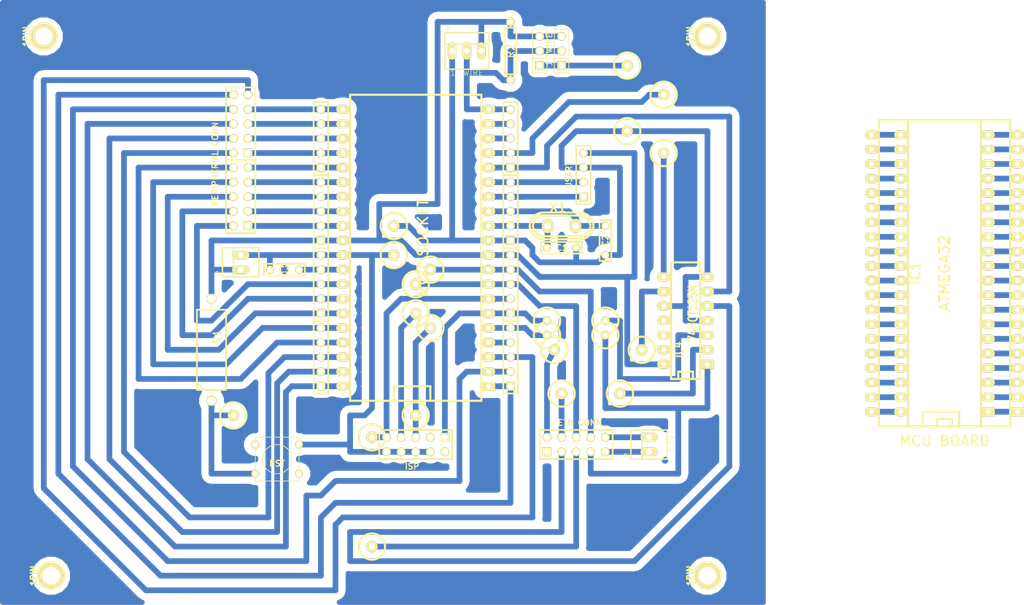
<source format=kicad_pcb>
(kicad_pcb (version 3) (host pcbnew "(2013-june-11)-stable")

  (general
    (links 0)
    (no_connects 0)
    (area 140.335 83.185 273.685001 188.595001)
    (thickness 1.6)
    (drawings 12)
    (tracks 366)
    (zones 0)
    (modules 55)
    (nets 1)
  )

  (page A3)
  (layers
    (15 F.Cu signal)
    (0 B.Cu signal)
    (16 B.Adhes user)
    (17 F.Adhes user)
    (18 B.Paste user)
    (19 F.Paste user)
    (20 B.SilkS user)
    (21 F.SilkS user)
    (22 B.Mask user)
    (23 F.Mask user)
    (24 Dwgs.User user)
    (25 Cmts.User user)
    (26 Eco1.User user)
    (27 Eco2.User user)
    (28 Edge.Cuts user)
  )

  (setup
    (last_trace_width 1)
    (trace_clearance 0.254)
    (zone_clearance 1.27)
    (zone_45_only no)
    (trace_min 0.254)
    (segment_width 0.2)
    (edge_width 0.15)
    (via_size 0.889)
    (via_drill 0.635)
    (via_min_size 0.889)
    (via_min_drill 0.508)
    (uvia_size 0.508)
    (uvia_drill 0.127)
    (uvias_allowed no)
    (uvia_min_size 0.508)
    (uvia_min_drill 0.127)
    (pcb_text_width 0.3)
    (pcb_text_size 1 1)
    (mod_edge_width 0.15)
    (mod_text_size 1 1)
    (mod_text_width 0.15)
    (pad_size 3.064 3.064)
    (pad_drill 1.048)
    (pad_to_mask_clearance 0)
    (aux_axis_origin 0 0)
    (visible_elements FFFFFFBF)
    (pcbplotparams
      (layerselection 3178497)
      (usegerberextensions true)
      (excludeedgelayer true)
      (linewidth 0.150000)
      (plotframeref false)
      (viasonmask false)
      (mode 1)
      (useauxorigin false)
      (hpglpennumber 1)
      (hpglpenspeed 20)
      (hpglpendiameter 15)
      (hpglpenoverlay 2)
      (psnegative false)
      (psa4output false)
      (plotreference true)
      (plotvalue true)
      (plotothertext true)
      (plotinvisibletext false)
      (padsonsilk false)
      (subtractmaskfromsilk false)
      (outputformat 1)
      (mirror false)
      (drillshape 1)
      (scaleselection 1)
      (outputdirectory ""))
  )

  (net 0 "")

  (net_class Default "To jest domyślna klasa połączeń."
    (clearance 0.254)
    (trace_width 1)
    (via_dia 0.889)
    (via_drill 0.635)
    (uvia_dia 0.508)
    (uvia_drill 0.127)
    (add_net "")
  )

  (module DIP-40__1000_ELL (layer F.Cu) (tedit 53347E5A) (tstamp 524F3B3C)
    (at 212.725 126.365 90)
    (descr "Module Dip 40 pins, pads elliptiques, e= 1 pouce")
    (tags DIL)
    (fp_text reference "MCU SOCKET" (at 0 1.27 90) (layer F.SilkS)
      (effects (font (size 1.778 1.778) (thickness 0.3048)))
    )
    (fp_text value U*** (at 0 -5.08 90) (layer F.SilkS) hide
      (effects (font (size 1.651 1.651) (thickness 0.3048)))
    )
    (fp_line (start 26.67 -1.27) (end 26.67 11.43) (layer F.SilkS) (width 0.381))
    (fp_line (start 26.67 11.43) (end -26.67 11.43) (layer F.SilkS) (width 0.381))
    (fp_line (start 26.67 -1.27) (end 26.67 -11.43) (layer F.SilkS) (width 0.381))
    (fp_line (start 26.67 -11.43) (end -26.67 -11.43) (layer F.SilkS) (width 0.381))
    (fp_line (start -26.67 11.43) (end -26.67 -11.43) (layer F.SilkS) (width 0.381))
    (fp_line (start -26.67 2.54) (end -24.13 2.54) (layer F.SilkS) (width 0.381))
    (fp_line (start -24.13 2.54) (end -24.13 -3.81) (layer F.SilkS) (width 0.381))
    (fp_line (start -24.13 -3.81) (end -26.67 -3.81) (layer F.SilkS) (width 0.381))
    (pad 1 thru_hole rect (at -24.13 12.7 90) (size 1.5748 2.286) (drill 0.8128)
      (layers *.Cu *.Mask F.SilkS)
    )
    (pad 2 thru_hole oval (at -21.59 12.7 90) (size 1.5748 2.286) (drill 0.8128)
      (layers *.Cu *.Mask F.SilkS)
    )
    (pad 3 thru_hole oval (at -19.05 12.7 90) (size 1.5748 2.286) (drill 0.8128)
      (layers *.Cu *.Mask F.SilkS)
    )
    (pad 4 thru_hole oval (at -16.51 12.7 90) (size 1.5748 2.286) (drill 0.8128)
      (layers *.Cu *.Mask F.SilkS)
    )
    (pad 5 thru_hole oval (at -13.97 12.7 90) (size 1.5748 2.286) (drill 0.8128)
      (layers *.Cu *.Mask F.SilkS)
    )
    (pad 6 thru_hole oval (at -11.43 12.7 90) (size 1.5748 2.286) (drill 0.8128)
      (layers *.Cu *.Mask F.SilkS)
    )
    (pad 7 thru_hole oval (at -8.89 12.7 90) (size 1.5748 2.286) (drill 0.8128)
      (layers *.Cu *.Mask F.SilkS)
    )
    (pad 8 thru_hole oval (at -6.35 12.7 90) (size 1.5748 2.286) (drill 0.8128)
      (layers *.Cu *.Mask F.SilkS)
    )
    (pad 9 thru_hole oval (at -3.81 12.7 90) (size 1.5748 2.286) (drill 0.8128)
      (layers *.Cu *.Mask F.SilkS)
    )
    (pad 10 thru_hole oval (at -1.27 12.7 90) (size 1.5748 2.286) (drill 0.8128)
      (layers *.Cu *.Mask F.SilkS)
    )
    (pad 11 thru_hole oval (at 1.27 12.7 90) (size 1.5748 2.286) (drill 0.8128)
      (layers *.Cu *.Mask F.SilkS)
    )
    (pad 12 thru_hole oval (at 3.81 12.7 90) (size 1.5748 2.286) (drill 0.8128)
      (layers *.Cu *.Mask F.SilkS)
    )
    (pad 13 thru_hole oval (at 6.35 12.7 90) (size 1.5748 2.286) (drill 0.8128)
      (layers *.Cu *.Mask F.SilkS)
    )
    (pad 14 thru_hole oval (at 8.89 12.7 90) (size 1.5748 2.286) (drill 0.8128)
      (layers *.Cu *.Mask F.SilkS)
    )
    (pad 15 thru_hole oval (at 11.43 12.7 90) (size 1.5748 2.286) (drill 0.8128)
      (layers *.Cu *.Mask F.SilkS)
    )
    (pad 16 thru_hole oval (at 13.97 12.7 90) (size 1.5748 2.286) (drill 0.8128)
      (layers *.Cu *.Mask F.SilkS)
    )
    (pad 17 thru_hole oval (at 16.51 12.7 90) (size 1.5748 2.286) (drill 0.8128)
      (layers *.Cu *.Mask F.SilkS)
    )
    (pad 18 thru_hole oval (at 19.05 12.7 90) (size 1.5748 2.286) (drill 0.8128)
      (layers *.Cu *.Mask F.SilkS)
    )
    (pad 19 thru_hole oval (at 21.59 12.7 90) (size 1.5748 2.286) (drill 0.8128)
      (layers *.Cu *.Mask F.SilkS)
    )
    (pad 20 thru_hole oval (at 24.13 12.7 90) (size 1.5748 2.286) (drill 0.8128)
      (layers *.Cu *.Mask F.SilkS)
    )
    (pad 21 thru_hole oval (at 24.13 -12.7 90) (size 1.5748 2.286) (drill 0.8128)
      (layers *.Cu *.Mask F.SilkS)
    )
    (pad 22 thru_hole oval (at 21.59 -12.7 90) (size 1.5748 2.286) (drill 0.8128)
      (layers *.Cu *.Mask F.SilkS)
    )
    (pad 23 thru_hole oval (at 19.05 -12.7 90) (size 1.5748 2.286) (drill 0.8128)
      (layers *.Cu *.Mask F.SilkS)
    )
    (pad 24 thru_hole oval (at 16.51 -12.7 90) (size 1.5748 2.286) (drill 0.8128)
      (layers *.Cu *.Mask F.SilkS)
    )
    (pad 25 thru_hole oval (at 13.97 -12.7 90) (size 1.5748 2.286) (drill 0.8128)
      (layers *.Cu *.Mask F.SilkS)
    )
    (pad 26 thru_hole oval (at 11.43 -12.7 90) (size 1.5748 2.286) (drill 0.8128)
      (layers *.Cu *.Mask F.SilkS)
    )
    (pad 27 thru_hole oval (at 8.89 -12.7 90) (size 1.5748 2.286) (drill 0.8128)
      (layers *.Cu *.Mask F.SilkS)
    )
    (pad 28 thru_hole oval (at 6.35 -12.7 90) (size 1.5748 2.286) (drill 0.8128)
      (layers *.Cu *.Mask F.SilkS)
    )
    (pad 29 thru_hole oval (at 3.81 -12.7 90) (size 1.5748 2.286) (drill 0.8128)
      (layers *.Cu *.Mask F.SilkS)
    )
    (pad 30 thru_hole oval (at 1.27 -12.7 90) (size 1.5748 2.286) (drill 0.8128)
      (layers *.Cu *.Mask F.SilkS)
    )
    (pad 31 thru_hole oval (at -1.27 -12.7 90) (size 1.5748 2.286) (drill 0.8128)
      (layers *.Cu *.Mask F.SilkS)
    )
    (pad 32 thru_hole oval (at -3.81 -12.7 90) (size 1.5748 2.286) (drill 0.8128)
      (layers *.Cu *.Mask F.SilkS)
    )
    (pad 33 thru_hole oval (at -6.35 -12.7 90) (size 1.5748 2.286) (drill 0.8128)
      (layers *.Cu *.Mask F.SilkS)
    )
    (pad 34 thru_hole oval (at -8.89 -12.7 90) (size 1.5748 2.286) (drill 0.8128)
      (layers *.Cu *.Mask F.SilkS)
    )
    (pad 35 thru_hole oval (at -11.43 -12.7 90) (size 1.5748 2.286) (drill 0.8128)
      (layers *.Cu *.Mask F.SilkS)
    )
    (pad 36 thru_hole oval (at -13.97 -12.7 90) (size 1.5748 2.286) (drill 0.8128)
      (layers *.Cu *.Mask F.SilkS)
    )
    (pad 37 thru_hole oval (at -16.51 -12.7 90) (size 1.5748 2.286) (drill 0.8128)
      (layers *.Cu *.Mask F.SilkS)
    )
    (pad 38 thru_hole oval (at -19.05 -12.7 90) (size 1.5748 2.286) (drill 0.8128)
      (layers *.Cu *.Mask F.SilkS)
    )
    (pad 39 thru_hole oval (at -21.59 -12.7 90) (size 1.5748 2.286) (drill 0.8128)
      (layers *.Cu *.Mask F.SilkS)
    )
    (pad 40 thru_hole oval (at -24.13 -12.7 90) (size 1.5748 2.286) (drill 0.8128)
      (layers *.Cu *.Mask F.SilkS)
    )
  )

  (module PINHEAD1-2 (layer F.Cu) (tedit 53347FAF) (tstamp 524F3B7A)
    (at 253.365 160.655 90)
    (attr virtual)
    (fp_text reference P (at -1.905 -3.81 90) (layer F.SilkS)
      (effects (font (size 1.016 1.016) (thickness 0.0889)))
    )
    (fp_text value 3.3V (at 0 3.81 90) (layer F.SilkS)
      (effects (font (size 1.016 1.016) (thickness 0.0889)))
    )
    (fp_line (start 2.54 -1.27) (end -2.54 -1.27) (layer F.SilkS) (width 0.254))
    (fp_line (start 2.54 3.175) (end -2.54 3.175) (layer F.SilkS) (width 0.254))
    (fp_line (start -2.54 -3.175) (end 2.54 -3.175) (layer F.SilkS) (width 0.254))
    (fp_line (start -2.54 -3.175) (end -2.54 3.175) (layer F.SilkS) (width 0.254))
    (fp_line (start 2.54 -3.175) (end 2.54 3.175) (layer F.SilkS) (width 0.254))
    (pad 1 thru_hole oval (at -1.27 0 90) (size 1.50622 3.01498) (drill 0.99822)
      (layers *.Cu F.Paste F.SilkS F.Mask)
    )
    (pad 2 thru_hole oval (at 1.27 0 90) (size 1.50622 3.01498) (drill 0.99822)
      (layers *.Cu F.Paste F.SilkS F.Mask)
    )
  )

  (module PINHEAD1-2 (layer F.Cu) (tedit 53347FF7) (tstamp 524F3B8F)
    (at 182.245 128.905 90)
    (attr virtual)
    (fp_text reference P (at -1.905 -3.81 90) (layer F.SilkS)
      (effects (font (size 1.016 1.016) (thickness 0.0889)))
    )
    (fp_text value 5V (at 0 3.81 90) (layer F.SilkS)
      (effects (font (size 1.016 1.016) (thickness 0.0889)))
    )
    (fp_line (start 2.54 -1.27) (end -2.54 -1.27) (layer F.SilkS) (width 0.254))
    (fp_line (start 2.54 3.175) (end -2.54 3.175) (layer F.SilkS) (width 0.254))
    (fp_line (start -2.54 -3.175) (end 2.54 -3.175) (layer F.SilkS) (width 0.254))
    (fp_line (start -2.54 -3.175) (end -2.54 3.175) (layer F.SilkS) (width 0.254))
    (fp_line (start 2.54 -3.175) (end 2.54 3.175) (layer F.SilkS) (width 0.254))
    (pad 1 thru_hole oval (at -1.27 0 90) (size 1.50622 3.01498) (drill 0.99822)
      (layers *.Cu F.Paste F.SilkS F.Mask)
    )
    (pad 2 thru_hole oval (at 1.27 0 90) (size 1.50622 3.01498) (drill 0.99822)
      (layers *.Cu F.Paste F.SilkS F.Mask)
    )
  )

  (module PIN_ARRAY_5x2 (layer F.Cu) (tedit 53347F27) (tstamp 524F43D0)
    (at 212.725 160.655 180)
    (descr "Double rangee de contacts 2 x 5 pins")
    (tags CONN)
    (fp_text reference ISP (at 0.635 -3.81 180) (layer F.SilkS)
      (effects (font (size 1.016 1.016) (thickness 0.2032)))
    )
    (fp_text value Val** (at 0 -3.81 180) (layer F.SilkS) hide
      (effects (font (size 1.016 1.016) (thickness 0.2032)))
    )
    (fp_line (start -6.35 -2.54) (end 6.35 -2.54) (layer F.SilkS) (width 0.3048))
    (fp_line (start 6.35 -2.54) (end 6.35 2.54) (layer F.SilkS) (width 0.3048))
    (fp_line (start 6.35 2.54) (end -6.35 2.54) (layer F.SilkS) (width 0.3048))
    (fp_line (start -6.35 2.54) (end -6.35 -2.54) (layer F.SilkS) (width 0.3048))
    (pad 1 thru_hole rect (at -5.08 1.27 180) (size 1.524 1.524) (drill 1.016)
      (layers *.Cu *.Mask F.SilkS)
    )
    (pad 2 thru_hole circle (at -5.08 -1.27 180) (size 1.524 1.524) (drill 1.016)
      (layers *.Cu *.Mask F.SilkS)
    )
    (pad 3 thru_hole circle (at -2.54 1.27 180) (size 1.524 1.524) (drill 1.016)
      (layers *.Cu *.Mask F.SilkS)
    )
    (pad 4 thru_hole circle (at -2.54 -1.27 180) (size 1.524 1.524) (drill 1.016)
      (layers *.Cu *.Mask F.SilkS)
    )
    (pad 5 thru_hole circle (at 0 1.27 180) (size 1.524 1.524) (drill 1.016)
      (layers *.Cu *.Mask F.SilkS)
    )
    (pad 6 thru_hole circle (at 0 -1.27 180) (size 1.524 1.524) (drill 1.016)
      (layers *.Cu *.Mask F.SilkS)
    )
    (pad 7 thru_hole circle (at 2.54 1.27 180) (size 1.524 1.524) (drill 1.016)
      (layers *.Cu *.Mask F.SilkS)
    )
    (pad 8 thru_hole circle (at 2.54 -1.27 180) (size 1.524 1.524) (drill 1.016)
      (layers *.Cu *.Mask F.SilkS)
    )
    (pad 9 thru_hole circle (at 5.08 1.27 180) (size 1.524 1.524) (drill 1.016)
      (layers *.Cu *.Mask F.SilkS)
    )
    (pad 10 thru_hole circle (at 5.08 -1.27 180) (size 1.524 1.524) (drill 1.016)
      (layers *.Cu *.Mask F.SilkS)
    )
    (model pin_array/pins_array_5x2.wrl
      (at (xyz 0 0 0))
      (scale (xyz 1 1 1))
      (rotate (xyz 0 0 0))
    )
  )

  (module C2 (layer F.Cu) (tedit 5334801D) (tstamp 5252A982)
    (at 189.865 130.175 180)
    (descr "Condensateur = 2 pas")
    (tags C)
    (fp_text reference C3 (at 0 0 180) (layer F.SilkS)
      (effects (font (size 1.016 1.016) (thickness 0.2032)))
    )
    (fp_text value C*** (at 0 0 180) (layer F.SilkS) hide
      (effects (font (size 1.016 1.016) (thickness 0.2032)))
    )
    (fp_line (start -3.556 -1.016) (end 3.556 -1.016) (layer F.SilkS) (width 0.3048))
    (fp_line (start 3.556 -1.016) (end 3.556 1.016) (layer F.SilkS) (width 0.3048))
    (fp_line (start 3.556 1.016) (end -3.556 1.016) (layer F.SilkS) (width 0.3048))
    (fp_line (start -3.556 1.016) (end -3.556 -1.016) (layer F.SilkS) (width 0.3048))
    (fp_line (start -3.556 -0.508) (end -3.048 -1.016) (layer F.SilkS) (width 0.3048))
    (pad 1 thru_hole circle (at -2.54 0 180) (size 1.397 1.397) (drill 0.8128)
      (layers *.Cu *.Mask F.SilkS)
    )
    (pad 2 thru_hole circle (at 2.54 0 180) (size 1.397 1.397) (drill 0.8128)
      (layers *.Cu *.Mask F.SilkS)
    )
    (model discret/capa_2pas_5x5mm.wrl
      (at (xyz 0 0 0))
      (scale (xyz 1 1 1))
      (rotate (xyz 0 0 0))
    )
  )

  (module Crystal_HC50-U_Vertical_RevA_09Aug2010 (layer F.Cu) (tedit 53348064) (tstamp 525367E4)
    (at 238.125 122.555 180)
    (descr "Crystal, Quarz, HC50/U, vertical, stehend,")
    (tags "Crystal, Quarz, HC50/U, vertical, stehend,")
    (fp_text reference X1 (at 0.635 3.175 180) (layer F.SilkS)
      (effects (font (size 1.524 1.524) (thickness 0.3048)))
    )
    (fp_text value Crystal_HC50-U_Vertical_RevA_09Aug2010 (at 0 3.81 180) (layer F.SilkS) hide
      (effects (font (size 1.524 1.524) (thickness 0.3048)))
    )
    (fp_line (start 4.699 -1.00076) (end 4.89966 -0.59944) (layer F.SilkS) (width 0.381))
    (fp_line (start 4.89966 -0.59944) (end 5.00126 0) (layer F.SilkS) (width 0.381))
    (fp_line (start 5.00126 0) (end 4.89966 0.50038) (layer F.SilkS) (width 0.381))
    (fp_line (start 4.89966 0.50038) (end 4.50088 1.19888) (layer F.SilkS) (width 0.381))
    (fp_line (start 4.50088 1.19888) (end 3.8989 1.6002) (layer F.SilkS) (width 0.381))
    (fp_line (start 3.8989 1.6002) (end 3.29946 1.80086) (layer F.SilkS) (width 0.381))
    (fp_line (start 3.29946 1.80086) (end -3.29946 1.80086) (layer F.SilkS) (width 0.381))
    (fp_line (start -3.29946 1.80086) (end -4.0005 1.6002) (layer F.SilkS) (width 0.381))
    (fp_line (start -4.0005 1.6002) (end -4.39928 1.30048) (layer F.SilkS) (width 0.381))
    (fp_line (start -4.39928 1.30048) (end -4.8006 0.8001) (layer F.SilkS) (width 0.381))
    (fp_line (start -4.8006 0.8001) (end -5.00126 0.20066) (layer F.SilkS) (width 0.381))
    (fp_line (start -5.00126 0.20066) (end -5.00126 -0.29972) (layer F.SilkS) (width 0.381))
    (fp_line (start -5.00126 -0.29972) (end -4.8006 -0.8001) (layer F.SilkS) (width 0.381))
    (fp_line (start -4.8006 -0.8001) (end -4.30022 -1.39954) (layer F.SilkS) (width 0.381))
    (fp_line (start -4.30022 -1.39954) (end -3.79984 -1.69926) (layer F.SilkS) (width 0.381))
    (fp_line (start -3.79984 -1.69926) (end -3.29946 -1.80086) (layer F.SilkS) (width 0.381))
    (fp_line (start -3.2004 -1.80086) (end 3.40106 -1.80086) (layer F.SilkS) (width 0.381))
    (fp_line (start 3.40106 -1.80086) (end 3.79984 -1.69926) (layer F.SilkS) (width 0.381))
    (fp_line (start 3.79984 -1.69926) (end 4.30022 -1.39954) (layer F.SilkS) (width 0.381))
    (fp_line (start 4.30022 -1.39954) (end 4.8006 -0.89916) (layer F.SilkS) (width 0.381))
    (fp_line (start -3.19024 -2.32918) (end -3.64998 -2.28092) (layer F.SilkS) (width 0.381))
    (fp_line (start -3.64998 -2.28092) (end -4.04876 -2.16916) (layer F.SilkS) (width 0.381))
    (fp_line (start -4.04876 -2.16916) (end -4.48056 -1.95072) (layer F.SilkS) (width 0.381))
    (fp_line (start -4.48056 -1.95072) (end -4.77012 -1.71958) (layer F.SilkS) (width 0.381))
    (fp_line (start -4.77012 -1.71958) (end -5.10032 -1.36906) (layer F.SilkS) (width 0.381))
    (fp_line (start -5.10032 -1.36906) (end -5.38988 -0.83058) (layer F.SilkS) (width 0.381))
    (fp_line (start -5.38988 -0.83058) (end -5.51942 -0.23114) (layer F.SilkS) (width 0.381))
    (fp_line (start -5.51942 -0.23114) (end -5.51942 0.2794) (layer F.SilkS) (width 0.381))
    (fp_line (start -5.51942 0.2794) (end -5.34924 0.98044) (layer F.SilkS) (width 0.381))
    (fp_line (start -5.34924 0.98044) (end -4.95046 1.56972) (layer F.SilkS) (width 0.381))
    (fp_line (start -4.95046 1.56972) (end -4.49072 1.94056) (layer F.SilkS) (width 0.381))
    (fp_line (start -4.49072 1.94056) (end -4.06908 2.14884) (layer F.SilkS) (width 0.381))
    (fp_line (start -4.06908 2.14884) (end -3.6195 2.30886) (layer F.SilkS) (width 0.381))
    (fp_line (start -3.6195 2.30886) (end -3.18008 2.33934) (layer F.SilkS) (width 0.381))
    (fp_line (start 4.16052 2.1209) (end 4.53898 1.89992) (layer F.SilkS) (width 0.381))
    (fp_line (start 4.53898 1.89992) (end 4.85902 1.62052) (layer F.SilkS) (width 0.381))
    (fp_line (start 4.85902 1.62052) (end 5.11048 1.29032) (layer F.SilkS) (width 0.381))
    (fp_line (start 5.11048 1.29032) (end 5.4102 0.73914) (layer F.SilkS) (width 0.381))
    (fp_line (start 5.4102 0.73914) (end 5.51942 0.26924) (layer F.SilkS) (width 0.381))
    (fp_line (start 5.51942 0.26924) (end 5.53974 -0.1905) (layer F.SilkS) (width 0.381))
    (fp_line (start 5.53974 -0.1905) (end 5.45084 -0.65024) (layer F.SilkS) (width 0.381))
    (fp_line (start 5.45084 -0.65024) (end 5.26034 -1.09982) (layer F.SilkS) (width 0.381))
    (fp_line (start 5.26034 -1.09982) (end 4.89966 -1.56972) (layer F.SilkS) (width 0.381))
    (fp_line (start 4.89966 -1.56972) (end 4.54914 -1.88976) (layer F.SilkS) (width 0.381))
    (fp_line (start 4.54914 -1.88976) (end 4.16052 -2.1209) (layer F.SilkS) (width 0.381))
    (fp_line (start 4.16052 -2.1209) (end 3.73126 -2.2606) (layer F.SilkS) (width 0.381))
    (fp_line (start 3.73126 -2.2606) (end 3.2893 -2.32918) (layer F.SilkS) (width 0.381))
    (fp_line (start -3.2004 2.32918) (end 3.2512 2.32918) (layer F.SilkS) (width 0.381))
    (fp_line (start 3.2512 2.32918) (end 3.6703 2.29108) (layer F.SilkS) (width 0.381))
    (fp_line (start 3.6703 2.29108) (end 4.16052 2.1209) (layer F.SilkS) (width 0.381))
    (fp_line (start -3.2004 -2.32918) (end 3.2512 -2.32918) (layer F.SilkS) (width 0.381))
    (pad 1 thru_hole oval (at -2.44094 0 180) (size 1.99898 2.49936) (drill 1.19888)
      (layers *.Cu *.Mask F.SilkS)
    )
    (pad 2 thru_hole oval (at 2.44094 0 180) (size 1.99898 2.49936) (drill 1.19888)
      (layers *.Cu *.Mask F.SilkS)
    )
  )

  (module C2 (layer F.Cu) (tedit 53348080) (tstamp 52536827)
    (at 238.125 126.365 180)
    (descr "Condensateur = 2 pas")
    (tags C)
    (fp_text reference C1 (at 0 0 180) (layer F.SilkS)
      (effects (font (size 1.016 1.016) (thickness 0.2032)))
    )
    (fp_text value C*** (at 0 0 180) (layer F.SilkS) hide
      (effects (font (size 1.016 1.016) (thickness 0.2032)))
    )
    (fp_line (start -3.556 -1.016) (end 3.556 -1.016) (layer F.SilkS) (width 0.3048))
    (fp_line (start 3.556 -1.016) (end 3.556 1.016) (layer F.SilkS) (width 0.3048))
    (fp_line (start 3.556 1.016) (end -3.556 1.016) (layer F.SilkS) (width 0.3048))
    (fp_line (start -3.556 1.016) (end -3.556 -1.016) (layer F.SilkS) (width 0.3048))
    (fp_line (start -3.556 -0.508) (end -3.048 -1.016) (layer F.SilkS) (width 0.3048))
    (pad 1 thru_hole circle (at -2.54 0 180) (size 1.397 1.397) (drill 0.8128)
      (layers *.Cu *.Mask F.SilkS)
    )
    (pad 2 thru_hole circle (at 2.54 0 180) (size 1.397 1.397) (drill 0.8128)
      (layers *.Cu *.Mask F.SilkS)
    )
    (model discret/capa_2pas_5x5mm.wrl
      (at (xyz 0 0 0))
      (scale (xyz 1 1 1))
      (rotate (xyz 0 0 0))
    )
  )

  (module C2 (layer F.Cu) (tedit 200000) (tstamp 5253683C)
    (at 245.745 125.095 270)
    (descr "Condensateur = 2 pas")
    (tags C)
    (fp_text reference C2 (at 0 0 270) (layer F.SilkS)
      (effects (font (size 1.016 1.016) (thickness 0.2032)))
    )
    (fp_text value C*** (at 0 0 270) (layer F.SilkS) hide
      (effects (font (size 1.016 1.016) (thickness 0.2032)))
    )
    (fp_line (start -3.556 -1.016) (end 3.556 -1.016) (layer F.SilkS) (width 0.3048))
    (fp_line (start 3.556 -1.016) (end 3.556 1.016) (layer F.SilkS) (width 0.3048))
    (fp_line (start 3.556 1.016) (end -3.556 1.016) (layer F.SilkS) (width 0.3048))
    (fp_line (start -3.556 1.016) (end -3.556 -1.016) (layer F.SilkS) (width 0.3048))
    (fp_line (start -3.556 -0.508) (end -3.048 -1.016) (layer F.SilkS) (width 0.3048))
    (pad 1 thru_hole circle (at -2.54 0 270) (size 1.397 1.397) (drill 0.8128)
      (layers *.Cu *.Mask F.SilkS)
    )
    (pad 2 thru_hole circle (at 2.54 0 270) (size 1.397 1.397) (drill 0.8128)
      (layers *.Cu *.Mask F.SilkS)
    )
    (model discret/capa_2pas_5x5mm.wrl
      (at (xyz 0 0 0))
      (scale (xyz 1 1 1))
      (rotate (xyz 0 0 0))
    )
  )

  (module PIN_ARRAY_4x1 (layer F.Cu) (tedit 524DB9E9) (tstamp 5253DA07)
    (at 241.935 113.665 90)
    (descr "Double rangee de contacts 2 x 5 pins")
    (tags CONN)
    (fp_text reference USART (at 0 -2.54 90) (layer F.SilkS)
      (effects (font (size 1.016 1.016) (thickness 0.2032)))
    )
    (fp_text value Val** (at 0 2.54 90) (layer F.SilkS) hide
      (effects (font (size 1.016 1.016) (thickness 0.2032)))
    )
    (fp_line (start 5.08 1.27) (end -5.08 1.27) (layer F.SilkS) (width 0.254))
    (fp_line (start 5.08 -1.27) (end -5.08 -1.27) (layer F.SilkS) (width 0.254))
    (fp_line (start -5.08 -1.27) (end -5.08 1.27) (layer F.SilkS) (width 0.254))
    (fp_line (start 5.08 1.27) (end 5.08 -1.27) (layer F.SilkS) (width 0.254))
    (pad 1 thru_hole rect (at -3.81 0 90) (size 1.524 1.524) (drill 1.016)
      (layers *.Cu *.Mask F.SilkS)
    )
    (pad 2 thru_hole circle (at -1.27 0 90) (size 1.524 1.524) (drill 1.016)
      (layers *.Cu *.Mask F.SilkS)
    )
    (pad 3 thru_hole circle (at 1.27 0 90) (size 1.524 1.524) (drill 1.016)
      (layers *.Cu *.Mask F.SilkS)
    )
    (pad 4 thru_hole circle (at 3.81 0 90) (size 1.524 1.524) (drill 1.016)
      (layers *.Cu *.Mask F.SilkS)
    )
    (model pin_array\pins_array_4x1.wrl
      (at (xyz 0 0 0))
      (scale (xyz 1 1 1))
      (rotate (xyz 0 0 0))
    )
  )

  (module PIN_ARRAY_5x2 (layer F.Cu) (tedit 53347F1F) (tstamp 5253DC84)
    (at 240.665 160.655)
    (descr "Double rangee de contacts 2 x 5 pins")
    (tags CONN)
    (fp_text reference "ETH CONN" (at 0.635 -3.81) (layer F.SilkS)
      (effects (font (size 1.016 1.016) (thickness 0.2032)))
    )
    (fp_text value Val** (at 0 -3.81) (layer F.SilkS) hide
      (effects (font (size 1.016 1.016) (thickness 0.2032)))
    )
    (fp_line (start -6.35 -2.54) (end 6.35 -2.54) (layer F.SilkS) (width 0.3048))
    (fp_line (start 6.35 -2.54) (end 6.35 2.54) (layer F.SilkS) (width 0.3048))
    (fp_line (start 6.35 2.54) (end -6.35 2.54) (layer F.SilkS) (width 0.3048))
    (fp_line (start -6.35 2.54) (end -6.35 -2.54) (layer F.SilkS) (width 0.3048))
    (pad 1 thru_hole rect (at -5.08 1.27) (size 1.524 1.524) (drill 1.016)
      (layers *.Cu *.Mask F.SilkS)
    )
    (pad 2 thru_hole circle (at -5.08 -1.27) (size 1.524 1.524) (drill 1.016)
      (layers *.Cu *.Mask F.SilkS)
    )
    (pad 3 thru_hole circle (at -2.54 1.27) (size 1.524 1.524) (drill 1.016)
      (layers *.Cu *.Mask F.SilkS)
    )
    (pad 4 thru_hole circle (at -2.54 -1.27) (size 1.524 1.524) (drill 1.016)
      (layers *.Cu *.Mask F.SilkS)
    )
    (pad 5 thru_hole circle (at 0 1.27) (size 1.524 1.524) (drill 1.016)
      (layers *.Cu *.Mask F.SilkS)
    )
    (pad 6 thru_hole circle (at 0 -1.27) (size 1.524 1.524) (drill 1.016)
      (layers *.Cu *.Mask F.SilkS)
    )
    (pad 7 thru_hole circle (at 2.54 1.27) (size 1.524 1.524) (drill 1.016)
      (layers *.Cu *.Mask F.SilkS)
    )
    (pad 8 thru_hole circle (at 2.54 -1.27) (size 1.524 1.524) (drill 1.016)
      (layers *.Cu *.Mask F.SilkS)
    )
    (pad 9 thru_hole circle (at 5.08 1.27) (size 1.524 1.524) (drill 1.016)
      (layers *.Cu *.Mask F.SilkS)
    )
    (pad 10 thru_hole circle (at 5.08 -1.27) (size 1.524 1.524) (drill 1.016)
      (layers *.Cu *.Mask F.SilkS)
    )
    (model pin_array/pins_array_5x2.wrl
      (at (xyz 0 0 0))
      (scale (xyz 1 1 1))
      (rotate (xyz 0 0 0))
    )
  )

  (module DIP-14__300_ELL (layer F.Cu) (tedit 53347FDD) (tstamp 5253E4AC)
    (at 259.715 139.065 90)
    (descr "14 pins DIL package, elliptical pads")
    (tags DIL)
    (fp_text reference IC4 (at -5.08 -1.27 90) (layer F.SilkS)
      (effects (font (size 1.524 1.143) (thickness 0.28575)))
    )
    (fp_text value 74HCT125N (at 1.27 1.27 90) (layer F.SilkS)
      (effects (font (size 1.524 1.143) (thickness 0.28575)))
    )
    (fp_line (start -10.16 -2.54) (end 10.16 -2.54) (layer F.SilkS) (width 0.381))
    (fp_line (start 10.16 2.54) (end -10.16 2.54) (layer F.SilkS) (width 0.381))
    (fp_line (start -10.16 2.54) (end -10.16 -2.54) (layer F.SilkS) (width 0.381))
    (fp_line (start -10.16 -1.27) (end -8.89 -1.27) (layer F.SilkS) (width 0.381))
    (fp_line (start -8.89 -1.27) (end -8.89 1.27) (layer F.SilkS) (width 0.381))
    (fp_line (start -8.89 1.27) (end -10.16 1.27) (layer F.SilkS) (width 0.381))
    (fp_line (start 10.16 -2.54) (end 10.16 2.54) (layer F.SilkS) (width 0.381))
    (pad 1 thru_hole rect (at -7.62 3.81 90) (size 1.5748 2.286) (drill 0.8128)
      (layers *.Cu *.Mask F.SilkS)
    )
    (pad 2 thru_hole oval (at -5.08 3.81 90) (size 1.5748 2.286) (drill 0.8128)
      (layers *.Cu *.Mask F.SilkS)
    )
    (pad 3 thru_hole oval (at -2.54 3.81 90) (size 1.5748 2.286) (drill 0.8128)
      (layers *.Cu *.Mask F.SilkS)
    )
    (pad 4 thru_hole oval (at 0 3.81 90) (size 1.5748 2.286) (drill 0.8128)
      (layers *.Cu *.Mask F.SilkS)
    )
    (pad 5 thru_hole oval (at 2.54 3.81 90) (size 1.5748 2.286) (drill 0.8128)
      (layers *.Cu *.Mask F.SilkS)
    )
    (pad 6 thru_hole oval (at 5.08 3.81 90) (size 1.5748 2.286) (drill 0.8128)
      (layers *.Cu *.Mask F.SilkS)
    )
    (pad 7 thru_hole oval (at 7.62 3.81 90) (size 1.5748 2.286) (drill 0.8128)
      (layers *.Cu *.Mask F.SilkS)
    )
    (pad 8 thru_hole oval (at 7.62 -3.81 90) (size 1.5748 2.286) (drill 0.8128)
      (layers *.Cu *.Mask F.SilkS)
    )
    (pad 9 thru_hole oval (at 5.08 -3.81 90) (size 1.5748 2.286) (drill 0.8128)
      (layers *.Cu *.Mask F.SilkS)
    )
    (pad 10 thru_hole oval (at 2.54 -3.81 90) (size 1.5748 2.286) (drill 0.8128)
      (layers *.Cu *.Mask F.SilkS)
    )
    (pad 11 thru_hole oval (at 0 -3.81 90) (size 1.5748 2.286) (drill 0.8128)
      (layers *.Cu *.Mask F.SilkS)
    )
    (pad 12 thru_hole oval (at -2.54 -3.81 90) (size 1.5748 2.286) (drill 0.8128)
      (layers *.Cu *.Mask F.SilkS)
    )
    (pad 13 thru_hole oval (at -5.08 -3.81 90) (size 1.5748 2.286) (drill 0.8128)
      (layers *.Cu *.Mask F.SilkS)
    )
    (pad 14 thru_hole oval (at -7.62 -3.81 90) (size 1.5748 2.286) (drill 0.8128)
      (layers *.Cu *.Mask F.SilkS)
    )
    (model dil/dil_14.wrl
      (at (xyz 0 0 0))
      (scale (xyz 1 1 1))
      (rotate (xyz 0 0 0))
    )
  )

  (module PINHEAD1-3 (layer F.Cu) (tedit 53347EFC) (tstamp 525459AC)
    (at 221.615 92.075)
    (attr virtual)
    (fp_text reference P (at -3.175 -3.81) (layer F.SilkS)
      (effects (font (size 1.016 1.016) (thickness 0.0889)))
    )
    (fp_text value 1-WIRE (at 0 3.81) (layer F.SilkS)
      (effects (font (size 1.016 1.016) (thickness 0.0889)))
    )
    (fp_line (start -3.81 -3.175) (end -3.81 3.175) (layer F.SilkS) (width 0.254))
    (fp_line (start 3.81 -3.175) (end 3.81 3.175) (layer F.SilkS) (width 0.254))
    (fp_line (start 3.81 -1.27) (end -3.81 -1.27) (layer F.SilkS) (width 0.254))
    (fp_line (start -3.81 -3.175) (end 3.81 -3.175) (layer F.SilkS) (width 0.254))
    (fp_line (start 3.81 3.175) (end -3.81 3.175) (layer F.SilkS) (width 0.254))
    (pad 1 thru_hole oval (at -2.54 0) (size 1.50622 3.01498) (drill 0.99822)
      (layers *.Cu F.Paste F.SilkS F.Mask)
    )
    (pad 2 thru_hole oval (at 0 0) (size 1.50622 3.01498) (drill 0.99822)
      (layers *.Cu F.Paste F.SilkS F.Mask)
    )
    (pad 3 thru_hole oval (at 2.54 0) (size 1.50622 3.01498) (drill 0.99822)
      (layers *.Cu F.Paste F.SilkS F.Mask)
    )
  )

  (module R4 (layer F.Cu) (tedit 53347F9F) (tstamp 52547641)
    (at 229.235 92.075 90)
    (descr "Resitance 4 pas")
    (tags R)
    (autoplace_cost180 10)
    (fp_text reference R2 (at 0 0 90) (layer F.SilkS)
      (effects (font (size 1.397 1.27) (thickness 0.2032)))
    )
    (fp_text value Val* (at 0 0 90) (layer F.SilkS) hide
      (effects (font (size 1.397 1.27) (thickness 0.2032)))
    )
    (fp_line (start -5.08 0) (end -4.064 0) (layer F.SilkS) (width 0.3048))
    (fp_line (start -4.064 0) (end -4.064 -1.016) (layer F.SilkS) (width 0.3048))
    (fp_line (start -4.064 -1.016) (end 4.064 -1.016) (layer F.SilkS) (width 0.3048))
    (fp_line (start 4.064 -1.016) (end 4.064 1.016) (layer F.SilkS) (width 0.3048))
    (fp_line (start 4.064 1.016) (end -4.064 1.016) (layer F.SilkS) (width 0.3048))
    (fp_line (start -4.064 1.016) (end -4.064 0) (layer F.SilkS) (width 0.3048))
    (fp_line (start -4.064 -0.508) (end -3.556 -1.016) (layer F.SilkS) (width 0.3048))
    (fp_line (start 5.08 0) (end 4.064 0) (layer F.SilkS) (width 0.3048))
    (pad 1 thru_hole circle (at -5.08 0 90) (size 1.524 1.524) (drill 0.8128)
      (layers *.Cu *.Mask F.SilkS)
    )
    (pad 2 thru_hole circle (at 5.08 0 90) (size 1.524 1.524) (drill 0.8128)
      (layers *.Cu *.Mask F.SilkS)
    )
    (model discret/resistor.wrl
      (at (xyz 0 0 0))
      (scale (xyz 0.4 0.4 0.4))
      (rotate (xyz 0 0 0))
    )
  )

  (module PIN_ARRAY_5x1 (layer F.Cu) (tedit 524EE021) (tstamp 524F012F)
    (at 229.235 145.415 90)
    (descr "Double rangee de contacts 2 x 5 pins")
    (tags CONN)
    (fp_text reference PIN_ARRAY_5X1 (at 0 -2.54 90) (layer F.SilkS) hide
      (effects (font (size 1.016 1.016) (thickness 0.2032)))
    )
    (fp_text value Val** (at 0 2.54 90) (layer F.SilkS) hide
      (effects (font (size 1.016 1.016) (thickness 0.2032)))
    )
    (fp_line (start -6.35 -1.27) (end -6.35 1.27) (layer F.SilkS) (width 0.3048))
    (fp_line (start 6.35 1.27) (end 6.35 -1.27) (layer F.SilkS) (width 0.3048))
    (fp_line (start -6.35 -1.27) (end 6.35 -1.27) (layer F.SilkS) (width 0.3048))
    (fp_line (start 6.35 1.27) (end -6.35 1.27) (layer F.SilkS) (width 0.3048))
    (pad 1 thru_hole rect (at -5.08 0 90) (size 1.524 1.524) (drill 1.016)
      (layers *.Cu *.Mask F.SilkS)
    )
    (pad 2 thru_hole circle (at -2.54 0 90) (size 1.524 1.524) (drill 1.016)
      (layers *.Cu *.Mask F.SilkS)
    )
    (pad 3 thru_hole circle (at 0 0 90) (size 1.524 1.524) (drill 1.016)
      (layers *.Cu *.Mask F.SilkS)
    )
    (pad 4 thru_hole circle (at 2.54 0 90) (size 1.524 1.524) (drill 1.016)
      (layers *.Cu *.Mask F.SilkS)
    )
    (pad 5 thru_hole circle (at 5.08 0 90) (size 1.524 1.524) (drill 1.016)
      (layers *.Cu *.Mask F.SilkS)
    )
    (model pin_array/pins_array_5x1.wrl
      (at (xyz 0 0 0))
      (scale (xyz 1 1 1))
      (rotate (xyz 0 0 0))
    )
  )

  (module PIN_ARRAY_5x1 (layer F.Cu) (tedit 524EE02D) (tstamp 524F0148)
    (at 229.235 132.715 90)
    (descr "Double rangee de contacts 2 x 5 pins")
    (tags CONN)
    (fp_text reference PIN_ARRAY_5X1 (at 0 -2.54 90) (layer F.SilkS) hide
      (effects (font (size 1.016 1.016) (thickness 0.2032)))
    )
    (fp_text value Val** (at 0 2.54 90) (layer F.SilkS) hide
      (effects (font (size 1.016 1.016) (thickness 0.2032)))
    )
    (fp_line (start -6.35 -1.27) (end -6.35 1.27) (layer F.SilkS) (width 0.3048))
    (fp_line (start 6.35 1.27) (end 6.35 -1.27) (layer F.SilkS) (width 0.3048))
    (fp_line (start -6.35 -1.27) (end 6.35 -1.27) (layer F.SilkS) (width 0.3048))
    (fp_line (start 6.35 1.27) (end -6.35 1.27) (layer F.SilkS) (width 0.3048))
    (pad 1 thru_hole rect (at -5.08 0 90) (size 1.524 1.524) (drill 1.016)
      (layers *.Cu *.Mask F.SilkS)
    )
    (pad 2 thru_hole circle (at -2.54 0 90) (size 1.524 1.524) (drill 1.016)
      (layers *.Cu *.Mask F.SilkS)
    )
    (pad 3 thru_hole circle (at 0 0 90) (size 1.524 1.524) (drill 1.016)
      (layers *.Cu *.Mask F.SilkS)
    )
    (pad 4 thru_hole circle (at 2.54 0 90) (size 1.524 1.524) (drill 1.016)
      (layers *.Cu *.Mask F.SilkS)
    )
    (pad 5 thru_hole circle (at 5.08 0 90) (size 1.524 1.524) (drill 1.016)
      (layers *.Cu *.Mask F.SilkS)
    )
    (model pin_array/pins_array_5x1.wrl
      (at (xyz 0 0 0))
      (scale (xyz 1 1 1))
      (rotate (xyz 0 0 0))
    )
  )

  (module PIN_ARRAY_5x1 (layer F.Cu) (tedit 524EE036) (tstamp 524F0161)
    (at 229.235 120.015 90)
    (descr "Double rangee de contacts 2 x 5 pins")
    (tags CONN)
    (fp_text reference PIN_ARRAY_5X1 (at 0 -2.54 90) (layer F.SilkS) hide
      (effects (font (size 1.016 1.016) (thickness 0.2032)))
    )
    (fp_text value Val** (at 0 2.54 90) (layer F.SilkS) hide
      (effects (font (size 1.016 1.016) (thickness 0.2032)))
    )
    (fp_line (start -6.35 -1.27) (end -6.35 1.27) (layer F.SilkS) (width 0.3048))
    (fp_line (start 6.35 1.27) (end 6.35 -1.27) (layer F.SilkS) (width 0.3048))
    (fp_line (start -6.35 -1.27) (end 6.35 -1.27) (layer F.SilkS) (width 0.3048))
    (fp_line (start 6.35 1.27) (end -6.35 1.27) (layer F.SilkS) (width 0.3048))
    (pad 1 thru_hole rect (at -5.08 0 90) (size 1.524 1.524) (drill 1.016)
      (layers *.Cu *.Mask F.SilkS)
    )
    (pad 2 thru_hole circle (at -2.54 0 90) (size 1.524 1.524) (drill 1.016)
      (layers *.Cu *.Mask F.SilkS)
    )
    (pad 3 thru_hole circle (at 0 0 90) (size 1.524 1.524) (drill 1.016)
      (layers *.Cu *.Mask F.SilkS)
    )
    (pad 4 thru_hole circle (at 2.54 0 90) (size 1.524 1.524) (drill 1.016)
      (layers *.Cu *.Mask F.SilkS)
    )
    (pad 5 thru_hole circle (at 5.08 0 90) (size 1.524 1.524) (drill 1.016)
      (layers *.Cu *.Mask F.SilkS)
    )
    (model pin_array/pins_array_5x1.wrl
      (at (xyz 0 0 0))
      (scale (xyz 1 1 1))
      (rotate (xyz 0 0 0))
    )
  )

  (module PIN_ARRAY_5x1 (layer F.Cu) (tedit 524EE03F) (tstamp 524F017A)
    (at 229.235 107.315 90)
    (descr "Double rangee de contacts 2 x 5 pins")
    (tags CONN)
    (fp_text reference PIN_ARRAY_5X1 (at 0 -2.54 90) (layer F.SilkS) hide
      (effects (font (size 1.016 1.016) (thickness 0.2032)))
    )
    (fp_text value Val** (at 0 2.54 90) (layer F.SilkS) hide
      (effects (font (size 1.016 1.016) (thickness 0.2032)))
    )
    (fp_line (start -6.35 -1.27) (end -6.35 1.27) (layer F.SilkS) (width 0.3048))
    (fp_line (start 6.35 1.27) (end 6.35 -1.27) (layer F.SilkS) (width 0.3048))
    (fp_line (start -6.35 -1.27) (end 6.35 -1.27) (layer F.SilkS) (width 0.3048))
    (fp_line (start 6.35 1.27) (end -6.35 1.27) (layer F.SilkS) (width 0.3048))
    (pad 1 thru_hole rect (at -5.08 0 90) (size 1.524 1.524) (drill 1.016)
      (layers *.Cu *.Mask F.SilkS)
    )
    (pad 2 thru_hole circle (at -2.54 0 90) (size 1.524 1.524) (drill 1.016)
      (layers *.Cu *.Mask F.SilkS)
    )
    (pad 3 thru_hole circle (at 0 0 90) (size 1.524 1.524) (drill 1.016)
      (layers *.Cu *.Mask F.SilkS)
    )
    (pad 4 thru_hole circle (at 2.54 0 90) (size 1.524 1.524) (drill 1.016)
      (layers *.Cu *.Mask F.SilkS)
    )
    (pad 5 thru_hole circle (at 5.08 0 90) (size 1.524 1.524) (drill 1.016)
      (layers *.Cu *.Mask F.SilkS)
    )
    (model pin_array/pins_array_5x1.wrl
      (at (xyz 0 0 0))
      (scale (xyz 1 1 1))
      (rotate (xyz 0 0 0))
    )
  )

  (module PIN_ARRAY_5x1 (layer F.Cu) (tedit 524EE071) (tstamp 524F01FF)
    (at 196.215 145.415 90)
    (descr "Double rangee de contacts 2 x 5 pins")
    (tags CONN)
    (fp_text reference PIN_ARRAY_5X1 (at 0 -2.54 90) (layer F.SilkS) hide
      (effects (font (size 1.016 1.016) (thickness 0.2032)))
    )
    (fp_text value Val** (at 0 2.54 90) (layer F.SilkS) hide
      (effects (font (size 1.016 1.016) (thickness 0.2032)))
    )
    (fp_line (start -6.35 -1.27) (end -6.35 1.27) (layer F.SilkS) (width 0.3048))
    (fp_line (start 6.35 1.27) (end 6.35 -1.27) (layer F.SilkS) (width 0.3048))
    (fp_line (start -6.35 -1.27) (end 6.35 -1.27) (layer F.SilkS) (width 0.3048))
    (fp_line (start 6.35 1.27) (end -6.35 1.27) (layer F.SilkS) (width 0.3048))
    (pad 1 thru_hole rect (at -5.08 0 90) (size 1.524 1.524) (drill 1.016)
      (layers *.Cu *.Mask F.SilkS)
    )
    (pad 2 thru_hole circle (at -2.54 0 90) (size 1.524 1.524) (drill 1.016)
      (layers *.Cu *.Mask F.SilkS)
    )
    (pad 3 thru_hole circle (at 0 0 90) (size 1.524 1.524) (drill 1.016)
      (layers *.Cu *.Mask F.SilkS)
    )
    (pad 4 thru_hole circle (at 2.54 0 90) (size 1.524 1.524) (drill 1.016)
      (layers *.Cu *.Mask F.SilkS)
    )
    (pad 5 thru_hole circle (at 5.08 0 90) (size 1.524 1.524) (drill 1.016)
      (layers *.Cu *.Mask F.SilkS)
    )
    (model pin_array/pins_array_5x1.wrl
      (at (xyz 0 0 0))
      (scale (xyz 1 1 1))
      (rotate (xyz 0 0 0))
    )
  )

  (module PIN_ARRAY_5x1 (layer F.Cu) (tedit 524EE07A) (tstamp 524F0218)
    (at 196.215 132.715 90)
    (descr "Double rangee de contacts 2 x 5 pins")
    (tags CONN)
    (fp_text reference PIN_ARRAY_5X1 (at 0 -2.54 90) (layer F.SilkS) hide
      (effects (font (size 1.016 1.016) (thickness 0.2032)))
    )
    (fp_text value Val** (at 0 2.54 90) (layer F.SilkS) hide
      (effects (font (size 1.016 1.016) (thickness 0.2032)))
    )
    (fp_line (start -6.35 -1.27) (end -6.35 1.27) (layer F.SilkS) (width 0.3048))
    (fp_line (start 6.35 1.27) (end 6.35 -1.27) (layer F.SilkS) (width 0.3048))
    (fp_line (start -6.35 -1.27) (end 6.35 -1.27) (layer F.SilkS) (width 0.3048))
    (fp_line (start 6.35 1.27) (end -6.35 1.27) (layer F.SilkS) (width 0.3048))
    (pad 1 thru_hole rect (at -5.08 0 90) (size 1.524 1.524) (drill 1.016)
      (layers *.Cu *.Mask F.SilkS)
    )
    (pad 2 thru_hole circle (at -2.54 0 90) (size 1.524 1.524) (drill 1.016)
      (layers *.Cu *.Mask F.SilkS)
    )
    (pad 3 thru_hole circle (at 0 0 90) (size 1.524 1.524) (drill 1.016)
      (layers *.Cu *.Mask F.SilkS)
    )
    (pad 4 thru_hole circle (at 2.54 0 90) (size 1.524 1.524) (drill 1.016)
      (layers *.Cu *.Mask F.SilkS)
    )
    (pad 5 thru_hole circle (at 5.08 0 90) (size 1.524 1.524) (drill 1.016)
      (layers *.Cu *.Mask F.SilkS)
    )
    (model pin_array/pins_array_5x1.wrl
      (at (xyz 0 0 0))
      (scale (xyz 1 1 1))
      (rotate (xyz 0 0 0))
    )
  )

  (module PIN_ARRAY_5x1 (layer F.Cu) (tedit 524EE085) (tstamp 524F0231)
    (at 196.215 120.015 90)
    (descr "Double rangee de contacts 2 x 5 pins")
    (tags CONN)
    (fp_text reference PIN_ARRAY_5X1 (at 0 -2.54 90) (layer F.SilkS) hide
      (effects (font (size 1.016 1.016) (thickness 0.2032)))
    )
    (fp_text value Val** (at 0 2.54 90) (layer F.SilkS) hide
      (effects (font (size 1.016 1.016) (thickness 0.2032)))
    )
    (fp_line (start -6.35 -1.27) (end -6.35 1.27) (layer F.SilkS) (width 0.3048))
    (fp_line (start 6.35 1.27) (end 6.35 -1.27) (layer F.SilkS) (width 0.3048))
    (fp_line (start -6.35 -1.27) (end 6.35 -1.27) (layer F.SilkS) (width 0.3048))
    (fp_line (start 6.35 1.27) (end -6.35 1.27) (layer F.SilkS) (width 0.3048))
    (pad 1 thru_hole rect (at -5.08 0 90) (size 1.524 1.524) (drill 1.016)
      (layers *.Cu *.Mask F.SilkS)
    )
    (pad 2 thru_hole circle (at -2.54 0 90) (size 1.524 1.524) (drill 1.016)
      (layers *.Cu *.Mask F.SilkS)
    )
    (pad 3 thru_hole circle (at 0 0 90) (size 1.524 1.524) (drill 1.016)
      (layers *.Cu *.Mask F.SilkS)
    )
    (pad 4 thru_hole circle (at 2.54 0 90) (size 1.524 1.524) (drill 1.016)
      (layers *.Cu *.Mask F.SilkS)
    )
    (pad 5 thru_hole circle (at 5.08 0 90) (size 1.524 1.524) (drill 1.016)
      (layers *.Cu *.Mask F.SilkS)
    )
    (model pin_array/pins_array_5x1.wrl
      (at (xyz 0 0 0))
      (scale (xyz 1 1 1))
      (rotate (xyz 0 0 0))
    )
  )

  (module PIN_ARRAY_5x1 (layer F.Cu) (tedit 524EE08E) (tstamp 524F024A)
    (at 196.215 107.315 90)
    (descr "Double rangee de contacts 2 x 5 pins")
    (tags CONN)
    (fp_text reference PIN_ARRAY_5X1 (at 0 -2.54 90) (layer F.SilkS) hide
      (effects (font (size 1.016 1.016) (thickness 0.2032)))
    )
    (fp_text value Val** (at 0 2.54 90) (layer F.SilkS) hide
      (effects (font (size 1.016 1.016) (thickness 0.2032)))
    )
    (fp_line (start -6.35 -1.27) (end -6.35 1.27) (layer F.SilkS) (width 0.3048))
    (fp_line (start 6.35 1.27) (end 6.35 -1.27) (layer F.SilkS) (width 0.3048))
    (fp_line (start -6.35 -1.27) (end 6.35 -1.27) (layer F.SilkS) (width 0.3048))
    (fp_line (start 6.35 1.27) (end -6.35 1.27) (layer F.SilkS) (width 0.3048))
    (pad 1 thru_hole rect (at -5.08 0 90) (size 1.524 1.524) (drill 1.016)
      (layers *.Cu *.Mask F.SilkS)
    )
    (pad 2 thru_hole circle (at -2.54 0 90) (size 1.524 1.524) (drill 1.016)
      (layers *.Cu *.Mask F.SilkS)
    )
    (pad 3 thru_hole circle (at 0 0 90) (size 1.524 1.524) (drill 1.016)
      (layers *.Cu *.Mask F.SilkS)
    )
    (pad 4 thru_hole circle (at 2.54 0 90) (size 1.524 1.524) (drill 1.016)
      (layers *.Cu *.Mask F.SilkS)
    )
    (pad 5 thru_hole circle (at 5.08 0 90) (size 1.524 1.524) (drill 1.016)
      (layers *.Cu *.Mask F.SilkS)
    )
    (model pin_array/pins_array_5x1.wrl
      (at (xyz 0 0 0))
      (scale (xyz 1 1 1))
      (rotate (xyz 0 0 0))
    )
  )

  (module PIN_ARRAY_5x2 (layer F.Cu) (tedit 524EE2CE) (tstamp 524F055E)
    (at 182.245 104.775 90)
    (descr "Double rangee de contacts 2 x 5 pins")
    (tags CONN)
    (fp_text reference PIN_ARRAY_5X2 (at 0.635 -3.81 90) (layer F.SilkS) hide
      (effects (font (size 1.016 1.016) (thickness 0.2032)))
    )
    (fp_text value Val** (at 0 -3.81 90) (layer F.SilkS) hide
      (effects (font (size 1.016 1.016) (thickness 0.2032)))
    )
    (fp_line (start -6.35 -2.54) (end 6.35 -2.54) (layer F.SilkS) (width 0.3048))
    (fp_line (start 6.35 -2.54) (end 6.35 2.54) (layer F.SilkS) (width 0.3048))
    (fp_line (start 6.35 2.54) (end -6.35 2.54) (layer F.SilkS) (width 0.3048))
    (fp_line (start -6.35 2.54) (end -6.35 -2.54) (layer F.SilkS) (width 0.3048))
    (pad 1 thru_hole rect (at -5.08 1.27 90) (size 1.524 1.524) (drill 1.016)
      (layers *.Cu *.Mask F.SilkS)
    )
    (pad 2 thru_hole circle (at -5.08 -1.27 90) (size 1.524 1.524) (drill 1.016)
      (layers *.Cu *.Mask F.SilkS)
    )
    (pad 3 thru_hole circle (at -2.54 1.27 90) (size 1.524 1.524) (drill 1.016)
      (layers *.Cu *.Mask F.SilkS)
    )
    (pad 4 thru_hole circle (at -2.54 -1.27 90) (size 1.524 1.524) (drill 1.016)
      (layers *.Cu *.Mask F.SilkS)
    )
    (pad 5 thru_hole circle (at 0 1.27 90) (size 1.524 1.524) (drill 1.016)
      (layers *.Cu *.Mask F.SilkS)
    )
    (pad 6 thru_hole circle (at 0 -1.27 90) (size 1.524 1.524) (drill 1.016)
      (layers *.Cu *.Mask F.SilkS)
    )
    (pad 7 thru_hole circle (at 2.54 1.27 90) (size 1.524 1.524) (drill 1.016)
      (layers *.Cu *.Mask F.SilkS)
    )
    (pad 8 thru_hole circle (at 2.54 -1.27 90) (size 1.524 1.524) (drill 1.016)
      (layers *.Cu *.Mask F.SilkS)
    )
    (pad 9 thru_hole circle (at 5.08 1.27 90) (size 1.524 1.524) (drill 1.016)
      (layers *.Cu *.Mask F.SilkS)
    )
    (pad 10 thru_hole circle (at 5.08 -1.27 90) (size 1.524 1.524) (drill 1.016)
      (layers *.Cu *.Mask F.SilkS)
    )
    (model pin_array/pins_array_5x2.wrl
      (at (xyz 0 0 0))
      (scale (xyz 1 1 1))
      (rotate (xyz 0 0 0))
    )
  )

  (module PIN_ARRAY_5x2 (layer F.Cu) (tedit 53348111) (tstamp 524F0581)
    (at 182.245 117.475 90)
    (descr "Double rangee de contacts 2 x 5 pins")
    (tags CONN)
    (fp_text reference "PERIPHERIAL CONN" (at 5.715 -4.445 90) (layer F.SilkS)
      (effects (font (size 1.016 1.016) (thickness 0.2032)))
    )
    (fp_text value Val** (at 0 -3.81 90) (layer F.SilkS) hide
      (effects (font (size 1.016 1.016) (thickness 0.2032)))
    )
    (fp_line (start -6.35 -2.54) (end 6.35 -2.54) (layer F.SilkS) (width 0.3048))
    (fp_line (start 6.35 -2.54) (end 6.35 2.54) (layer F.SilkS) (width 0.3048))
    (fp_line (start 6.35 2.54) (end -6.35 2.54) (layer F.SilkS) (width 0.3048))
    (fp_line (start -6.35 2.54) (end -6.35 -2.54) (layer F.SilkS) (width 0.3048))
    (pad 1 thru_hole rect (at -5.08 1.27 90) (size 1.524 1.524) (drill 1.016)
      (layers *.Cu *.Mask F.SilkS)
    )
    (pad 2 thru_hole circle (at -5.08 -1.27 90) (size 1.524 1.524) (drill 1.016)
      (layers *.Cu *.Mask F.SilkS)
    )
    (pad 3 thru_hole circle (at -2.54 1.27 90) (size 1.524 1.524) (drill 1.016)
      (layers *.Cu *.Mask F.SilkS)
    )
    (pad 4 thru_hole circle (at -2.54 -1.27 90) (size 1.524 1.524) (drill 1.016)
      (layers *.Cu *.Mask F.SilkS)
    )
    (pad 5 thru_hole circle (at 0 1.27 90) (size 1.524 1.524) (drill 1.016)
      (layers *.Cu *.Mask F.SilkS)
    )
    (pad 6 thru_hole circle (at 0 -1.27 90) (size 1.524 1.524) (drill 1.016)
      (layers *.Cu *.Mask F.SilkS)
    )
    (pad 7 thru_hole circle (at 2.54 1.27 90) (size 1.524 1.524) (drill 1.016)
      (layers *.Cu *.Mask F.SilkS)
    )
    (pad 8 thru_hole circle (at 2.54 -1.27 90) (size 1.524 1.524) (drill 1.016)
      (layers *.Cu *.Mask F.SilkS)
    )
    (pad 9 thru_hole circle (at 5.08 1.27 90) (size 1.524 1.524) (drill 1.016)
      (layers *.Cu *.Mask F.SilkS)
    )
    (pad 10 thru_hole circle (at 5.08 -1.27 90) (size 1.524 1.524) (drill 1.016)
      (layers *.Cu *.Mask F.SilkS)
    )
    (model pin_array/pins_array_5x2.wrl
      (at (xyz 0 0 0))
      (scale (xyz 1 1 1))
      (rotate (xyz 0 0 0))
    )
  )

  (module R7 (layer F.Cu) (tedit 53348036) (tstamp 524F13B3)
    (at 177.165 144.145 90)
    (descr "Resitance 7 pas")
    (tags R)
    (autoplace_cost180 10)
    (fp_text reference R1 (at 2.286 1.016 90) (layer F.SilkS)
      (effects (font (size 1.397 1.27) (thickness 0.2032)))
    )
    (fp_text value Val* (at -2.286 -1.27 90) (layer F.SilkS) hide
      (effects (font (size 1.397 1.27) (thickness 0.2032)))
    )
    (fp_line (start -8.89 0) (end -8.89 0) (layer F.SilkS) (width 0.3048))
    (fp_line (start -8.89 0) (end -8.89 0) (layer F.SilkS) (width 0.3048))
    (fp_line (start 6.985 0) (end 8.89 0) (layer F.SilkS) (width 0.3048))
    (fp_line (start 8.89 0) (end 8.89 0) (layer F.SilkS) (width 0.3048))
    (fp_line (start 6.985 2.54) (end -6.985 2.54) (layer F.SilkS) (width 0.3048))
    (fp_line (start -6.985 -2.54) (end 6.985 -2.54) (layer F.SilkS) (width 0.3048))
    (fp_line (start -6.985 -1.27) (end -5.715 -2.54) (layer F.SilkS) (width 0.3048))
    (fp_line (start 6.985 -2.54) (end 6.985 2.54) (layer F.SilkS) (width 0.3048))
    (fp_line (start -6.985 -2.54) (end -6.985 2.54) (layer F.SilkS) (width 0.3048))
    (fp_line (start -8.89 0) (end -6.985 0) (layer F.SilkS) (width 0.3048))
    (pad 1 thru_hole circle (at -8.89 0 90) (size 1.778 1.778) (drill 1.27)
      (layers *.Cu *.Mask F.SilkS)
    )
    (pad 2 thru_hole circle (at 8.89 0 90) (size 1.778 1.778) (drill 1.27)
      (layers *.Cu *.Mask F.SilkS)
    )
    (model discret/resistor.wrl
      (at (xyz 0 0 0))
      (scale (xyz 0.7 0.7 0.7))
      (rotate (xyz 0 0 0))
    )
  )

  (module 1pin (layer F.Cu) (tedit 200000) (tstamp 524F2A89)
    (at 149.225 183.515 90)
    (descr "module 1 pin (ou trou mecanique de percage)")
    (tags DEV)
    (path 1pin)
    (fp_text reference 1PIN (at 0 -3.048 90) (layer F.SilkS)
      (effects (font (size 1.016 1.016) (thickness 0.254)))
    )
    (fp_text value P*** (at 0 2.794 90) (layer F.SilkS) hide
      (effects (font (size 1.016 1.016) (thickness 0.254)))
    )
    (fp_circle (center 0 0) (end 0 -2.286) (layer F.SilkS) (width 0.381))
    (pad 1 thru_hole circle (at 0 0 90) (size 4.064 4.064) (drill 3.048)
      (layers *.Cu *.Mask F.SilkS)
    )
  )

  (module 1pin (layer F.Cu) (tedit 200000) (tstamp 524F2A94)
    (at 147.955 89.535 90)
    (descr "module 1 pin (ou trou mecanique de percage)")
    (tags DEV)
    (path 1pin)
    (fp_text reference 1PIN (at 0 -3.048 90) (layer F.SilkS)
      (effects (font (size 1.016 1.016) (thickness 0.254)))
    )
    (fp_text value P*** (at 0 2.794 90) (layer F.SilkS) hide
      (effects (font (size 1.016 1.016) (thickness 0.254)))
    )
    (fp_circle (center 0 0) (end 0 -2.286) (layer F.SilkS) (width 0.381))
    (pad 1 thru_hole circle (at 0 0 90) (size 4.064 4.064) (drill 3.048)
      (layers *.Cu *.Mask F.SilkS)
    )
  )

  (module 1pin (layer F.Cu) (tedit 200000) (tstamp 524F2AA6)
    (at 263.525 183.515 90)
    (descr "module 1 pin (ou trou mecanique de percage)")
    (tags DEV)
    (path 1pin)
    (fp_text reference 1PIN (at 0 -3.048 90) (layer F.SilkS)
      (effects (font (size 1.016 1.016) (thickness 0.254)))
    )
    (fp_text value P*** (at 0 2.794 90) (layer F.SilkS) hide
      (effects (font (size 1.016 1.016) (thickness 0.254)))
    )
    (fp_circle (center 0 0) (end 0 -2.286) (layer F.SilkS) (width 0.381))
    (pad 1 thru_hole circle (at 0 0 90) (size 4.064 4.064) (drill 3.048)
      (layers *.Cu *.Mask F.SilkS)
    )
  )

  (module 1pin (layer F.Cu) (tedit 200000) (tstamp 524F2AB1)
    (at 263.525 89.535 90)
    (descr "module 1 pin (ou trou mecanique de percage)")
    (tags DEV)
    (path 1pin)
    (fp_text reference 1PIN (at 0 -3.048 90) (layer F.SilkS)
      (effects (font (size 1.016 1.016) (thickness 0.254)))
    )
    (fp_text value P*** (at 0 2.794 90) (layer F.SilkS) hide
      (effects (font (size 1.016 1.016) (thickness 0.254)))
    )
    (fp_circle (center 0 0) (end 0 -2.286) (layer F.SilkS) (width 0.381))
    (pad 1 thru_hole circle (at 0 0 90) (size 4.064 4.064) (drill 3.048)
      (layers *.Cu *.Mask F.SilkS)
    )
  )

  (module SW_PUSH_SMALL (layer F.Cu) (tedit 5252FB47) (tstamp 525328E2)
    (at 188.595 163.195 180)
    (fp_text reference RST (at 0 -0.762 180) (layer F.SilkS)
      (effects (font (size 1.016 1.016) (thickness 0.2032)))
    )
    (fp_text value Val** (at 0 1.016 180) (layer F.SilkS) hide
      (effects (font (size 1.016 1.016) (thickness 0.2032)))
    )
    (fp_circle (center 0 0) (end 0 -2.54) (layer F.SilkS) (width 0.127))
    (fp_line (start -3.81 -3.81) (end 3.81 -3.81) (layer F.SilkS) (width 0.127))
    (fp_line (start 3.81 -3.81) (end 3.81 3.81) (layer F.SilkS) (width 0.127))
    (fp_line (start 3.81 3.81) (end -3.81 3.81) (layer F.SilkS) (width 0.127))
    (fp_line (start -3.81 -3.81) (end -3.81 3.81) (layer F.SilkS) (width 0.127))
    (pad 1 thru_hole circle (at 3.81 -2.54 180) (size 1.397 1.397) (drill 0.8128)
      (layers *.Cu *.Mask F.SilkS)
    )
    (pad 2 thru_hole circle (at 3.81 2.54 180) (size 1.397 1.397) (drill 0.8128)
      (layers *.Cu *.Mask F.SilkS)
    )
    (pad 1 thru_hole circle (at -3.81 -2.54 180) (size 1.397 1.397) (drill 0.8128)
      (layers *.Cu *.Mask F.SilkS)
    )
    (pad 2 thru_hole circle (at -3.81 2.54 180) (size 1.397 1.397) (drill 0.8128)
      (layers *.Cu *.Mask F.SilkS)
    )
  )

  (module PIN_ARRAY_3X1 (layer F.Cu) (tedit 52544E61) (tstamp 52577906)
    (at 234.315 92.075 90)
    (descr "Connecteur 3 pins")
    (tags "CONN DEV")
    (fp_text reference PIN_ARRAY_3X1 (at 0.254 -2.159 90) (layer F.SilkS) hide
      (effects (font (size 1.016 1.016) (thickness 0.1524)))
    )
    (fp_text value Val** (at 0 -2.159 90) (layer F.SilkS) hide
      (effects (font (size 1.016 1.016) (thickness 0.1524)))
    )
    (fp_line (start -3.81 1.27) (end -3.81 -1.27) (layer F.SilkS) (width 0.1524))
    (fp_line (start -3.81 -1.27) (end 3.81 -1.27) (layer F.SilkS) (width 0.1524))
    (fp_line (start 3.81 -1.27) (end 3.81 1.27) (layer F.SilkS) (width 0.1524))
    (fp_line (start 3.81 1.27) (end -3.81 1.27) (layer F.SilkS) (width 0.1524))
    (fp_line (start -1.27 -1.27) (end -1.27 1.27) (layer F.SilkS) (width 0.1524))
    (pad 1 thru_hole rect (at -2.54 0 90) (size 1.524 1.524) (drill 1.016)
      (layers *.Cu *.Mask F.SilkS)
    )
    (pad 2 thru_hole circle (at 0 0 90) (size 1.524 1.524) (drill 1.016)
      (layers *.Cu *.Mask F.SilkS)
    )
    (pad 3 thru_hole circle (at 2.54 0 90) (size 1.524 1.524) (drill 1.016)
      (layers *.Cu *.Mask F.SilkS)
    )
    (model pin_array/pins_array_3x1.wrl
      (at (xyz 0 0 0))
      (scale (xyz 1 1 1))
      (rotate (xyz 0 0 0))
    )
  )

  (module PIN_ARRAY_3X1 (layer F.Cu) (tedit 52544E57) (tstamp 5257791D)
    (at 238.125 92.075 90)
    (descr "Connecteur 3 pins")
    (tags "CONN DEV")
    (fp_text reference 1-WIRE (at 0.254 -2.159 90) (layer F.SilkS)
      (effects (font (size 1.016 1.016) (thickness 0.1524)))
    )
    (fp_text value Val** (at 0 -2.159 90) (layer F.SilkS) hide
      (effects (font (size 1.016 1.016) (thickness 0.1524)))
    )
    (fp_line (start -3.81 1.27) (end -3.81 -1.27) (layer F.SilkS) (width 0.1524))
    (fp_line (start -3.81 -1.27) (end 3.81 -1.27) (layer F.SilkS) (width 0.1524))
    (fp_line (start 3.81 -1.27) (end 3.81 1.27) (layer F.SilkS) (width 0.1524))
    (fp_line (start 3.81 1.27) (end -3.81 1.27) (layer F.SilkS) (width 0.1524))
    (fp_line (start -1.27 -1.27) (end -1.27 1.27) (layer F.SilkS) (width 0.1524))
    (pad 1 thru_hole rect (at -2.54 0 90) (size 1.524 1.524) (drill 1.016)
      (layers *.Cu *.Mask F.SilkS)
    )
    (pad 2 thru_hole circle (at 0 0 90) (size 1.524 1.524) (drill 1.016)
      (layers *.Cu *.Mask F.SilkS)
    )
    (pad 3 thru_hole circle (at 2.54 0 90) (size 1.524 1.524) (drill 1.016)
      (layers *.Cu *.Mask F.SilkS)
    )
    (model pin_array/pins_array_3x1.wrl
      (at (xyz 0 0 0))
      (scale (xyz 1 1 1))
      (rotate (xyz 0 0 0))
    )
  )

  (module 1pin (layer F.Cu) (tedit 5255AF1C) (tstamp 52591CCA)
    (at 208.915 122.555 90)
    (descr "module 1 pin (ou trou mecanique de percage)")
    (tags DEV)
    (path 1pin)
    (fp_text reference 1PIN (at 0 -3.048 90) (layer F.SilkS) hide
      (effects (font (size 1.016 1.016) (thickness 0.254)))
    )
    (fp_text value P*** (at 0 2.794 90) (layer F.SilkS) hide
      (effects (font (size 1.016 1.016) (thickness 0.254)))
    )
    (fp_circle (center 0 0) (end 0 -2.286) (layer F.SilkS) (width 0.381))
    (pad 1 thru_hole circle (at 0 0 90) (size 2 2) (drill 1)
      (layers *.Cu *.Mask F.SilkS)
    )
  )

  (module 1pin (layer F.Cu) (tedit 5255AF5E) (tstamp 52591CE9)
    (at 208.915 127.635 90)
    (descr "module 1 pin (ou trou mecanique de percage)")
    (tags DEV)
    (path 1pin)
    (fp_text reference 1PIN (at 0 -3.048 90) (layer F.SilkS) hide
      (effects (font (size 1.016 1.016) (thickness 0.254)))
    )
    (fp_text value P*** (at 0 2.794 90) (layer F.SilkS) hide
      (effects (font (size 1.016 1.016) (thickness 0.254)))
    )
    (fp_circle (center 0 0) (end 0 -2.286) (layer F.SilkS) (width 0.381))
    (pad 1 thru_hole circle (at 0 0 90) (size 2 2) (drill 1)
      (layers *.Cu *.Mask F.SilkS)
    )
  )

  (module 1pin (layer F.Cu) (tedit 5255AFAE) (tstamp 52591D08)
    (at 212.725 137.795 90)
    (descr "module 1 pin (ou trou mecanique de percage)")
    (tags DEV)
    (path 1pin)
    (fp_text reference 1PIN (at 0 -3.048 90) (layer F.SilkS) hide
      (effects (font (size 1.016 1.016) (thickness 0.254)))
    )
    (fp_text value P*** (at 0 2.794 90) (layer F.SilkS) hide
      (effects (font (size 1.016 1.016) (thickness 0.254)))
    )
    (fp_circle (center 0 0) (end 0 -2.286) (layer F.SilkS) (width 0.381))
    (pad 1 thru_hole circle (at 0 0 90) (size 2 2) (drill 1)
      (layers *.Cu *.Mask F.SilkS)
    )
  )

  (module 1pin (layer F.Cu) (tedit 5255AFB6) (tstamp 52591D1E)
    (at 212.725 132.715 90)
    (descr "module 1 pin (ou trou mecanique de percage)")
    (tags DEV)
    (path 1pin)
    (fp_text reference 1PIN (at 0 -3.048 90) (layer F.SilkS) hide
      (effects (font (size 1.016 1.016) (thickness 0.254)))
    )
    (fp_text value P*** (at 0 2.794 90) (layer F.SilkS) hide
      (effects (font (size 1.016 1.016) (thickness 0.254)))
    )
    (fp_circle (center 0 0) (end 0 -2.286) (layer F.SilkS) (width 0.381))
    (pad 1 thru_hole circle (at 0 0 90) (size 2 2) (drill 1)
      (layers *.Cu *.Mask F.SilkS)
    )
  )

  (module 1pin (layer F.Cu) (tedit 5255AFFE) (tstamp 52591D43)
    (at 215.265 140.335 90)
    (descr "module 1 pin (ou trou mecanique de percage)")
    (tags DEV)
    (path 1pin)
    (fp_text reference 1PIN (at 0 -3.048 90) (layer F.SilkS) hide
      (effects (font (size 1.016 1.016) (thickness 0.254)))
    )
    (fp_text value P*** (at 0 2.794 90) (layer F.SilkS) hide
      (effects (font (size 1.016 1.016) (thickness 0.254)))
    )
    (fp_circle (center 0 0) (end 0 -2.286) (layer F.SilkS) (width 0.381))
    (pad 1 thru_hole circle (at 0 0 90) (size 2 2) (drill 1)
      (layers *.Cu *.Mask F.SilkS)
    )
  )

  (module 1pin (layer F.Cu) (tedit 5255B007) (tstamp 52591D4E)
    (at 215.265 130.175 90)
    (descr "module 1 pin (ou trou mecanique de percage)")
    (tags DEV)
    (path 1pin)
    (fp_text reference 1PIN (at 0 -3.048 90) (layer F.SilkS) hide
      (effects (font (size 1.016 1.016) (thickness 0.254)))
    )
    (fp_text value P*** (at 0 2.794 90) (layer F.SilkS) hide
      (effects (font (size 1.016 1.016) (thickness 0.254)))
    )
    (fp_circle (center 0 0) (end 0 -2.286) (layer F.SilkS) (width 0.381))
    (pad 1 thru_hole circle (at 0 0 90) (size 2 2) (drill 1)
      (layers *.Cu *.Mask F.SilkS)
    )
  )

  (module 1pin (layer F.Cu) (tedit 5255B07F) (tstamp 52591D7C)
    (at 212.725 155.575 90)
    (descr "module 1 pin (ou trou mecanique de percage)")
    (tags DEV)
    (path 1pin)
    (fp_text reference 1PIN (at 0 -3.048 90) (layer F.SilkS) hide
      (effects (font (size 1.016 1.016) (thickness 0.254)))
    )
    (fp_text value P*** (at 0 2.794 90) (layer F.SilkS) hide
      (effects (font (size 1.016 1.016) (thickness 0.254)))
    )
    (fp_circle (center 0 0) (end 0 -2.286) (layer F.SilkS) (width 0.381))
    (pad 1 thru_hole circle (at 0 0 90) (size 2 2) (drill 1)
      (layers *.Cu *.Mask F.SilkS)
    )
  )

  (module 1pin (layer F.Cu) (tedit 5255B0AC) (tstamp 52591D98)
    (at 205.105 159.385 90)
    (descr "module 1 pin (ou trou mecanique de percage)")
    (tags DEV)
    (path 1pin)
    (fp_text reference 1PIN (at 0 -3.048 90) (layer F.SilkS) hide
      (effects (font (size 1.016 1.016) (thickness 0.254)))
    )
    (fp_text value P*** (at 0 2.794 90) (layer F.SilkS) hide
      (effects (font (size 1.016 1.016) (thickness 0.254)))
    )
    (fp_circle (center 0 0) (end 0 -2.286) (layer F.SilkS) (width 0.381))
    (pad 1 thru_hole circle (at 0 0 90) (size 2 2) (drill 1)
      (layers *.Cu *.Mask F.SilkS)
    )
  )

  (module 1pin (layer F.Cu) (tedit 5255B0DF) (tstamp 52591DB9)
    (at 180.975 155.575 90)
    (descr "module 1 pin (ou trou mecanique de percage)")
    (tags DEV)
    (path 1pin)
    (fp_text reference 1PIN (at 0 -3.048 90) (layer F.SilkS) hide
      (effects (font (size 1.016 1.016) (thickness 0.254)))
    )
    (fp_text value P*** (at 0 2.794 90) (layer F.SilkS) hide
      (effects (font (size 1.016 1.016) (thickness 0.254)))
    )
    (fp_circle (center 0 0) (end 0 -2.286) (layer F.SilkS) (width 0.381))
    (pad 1 thru_hole circle (at 0 0 90) (size 2 2) (drill 1)
      (layers *.Cu *.Mask F.SilkS)
    )
  )

  (module 1pin (layer F.Cu) (tedit 5255B107) (tstamp 52591DD5)
    (at 205.105 178.435 90)
    (descr "module 1 pin (ou trou mecanique de percage)")
    (tags DEV)
    (path 1pin)
    (fp_text reference 1PIN (at 0 -3.048 90) (layer F.SilkS) hide
      (effects (font (size 1.016 1.016) (thickness 0.254)))
    )
    (fp_text value P*** (at 0 2.794 90) (layer F.SilkS) hide
      (effects (font (size 1.016 1.016) (thickness 0.254)))
    )
    (fp_circle (center 0 0) (end 0 -2.286) (layer F.SilkS) (width 0.381))
    (pad 1 thru_hole circle (at 0 0 90) (size 2 2) (drill 1)
      (layers *.Cu *.Mask F.SilkS)
    )
  )

  (module 1pin (layer F.Cu) (tedit 5255B157) (tstamp 52591DF2)
    (at 249.555 94.615 90)
    (descr "module 1 pin (ou trou mecanique de percage)")
    (tags DEV)
    (path 1pin)
    (fp_text reference 1PIN (at 0 -3.048 90) (layer F.SilkS) hide
      (effects (font (size 1.016 1.016) (thickness 0.254)))
    )
    (fp_text value P*** (at 0 2.794 90) (layer F.SilkS) hide
      (effects (font (size 1.016 1.016) (thickness 0.254)))
    )
    (fp_circle (center 0 0) (end 0 -2.286) (layer F.SilkS) (width 0.381))
    (pad 1 thru_hole circle (at 0 0 90) (size 2 2) (drill 1)
      (layers *.Cu *.Mask F.SilkS)
    )
  )

  (module 1pin (layer F.Cu) (tedit 5255B14B) (tstamp 52591DFD)
    (at 249.555 106.045 90)
    (descr "module 1 pin (ou trou mecanique de percage)")
    (tags DEV)
    (path 1pin)
    (fp_text reference 1PIN (at 0 -3.048 90) (layer F.SilkS) hide
      (effects (font (size 1.016 1.016) (thickness 0.254)))
    )
    (fp_text value P*** (at 0 2.794 90) (layer F.SilkS) hide
      (effects (font (size 1.016 1.016) (thickness 0.254)))
    )
    (fp_circle (center 0 0) (end 0 -2.286) (layer F.SilkS) (width 0.381))
    (pad 1 thru_hole circle (at 0 0 90) (size 2 2) (drill 1)
      (layers *.Cu *.Mask F.SilkS)
    )
  )

  (module 1pin (layer F.Cu) (tedit 5255B1AD) (tstamp 52591E2B)
    (at 255.905 109.855 90)
    (descr "module 1 pin (ou trou mecanique de percage)")
    (tags DEV)
    (path 1pin)
    (fp_text reference 1PIN (at 0 -3.048 90) (layer F.SilkS) hide
      (effects (font (size 1.016 1.016) (thickness 0.254)))
    )
    (fp_text value P*** (at 0 2.794 90) (layer F.SilkS) hide
      (effects (font (size 1.016 1.016) (thickness 0.254)))
    )
    (fp_circle (center 0 0) (end 0 -2.286) (layer F.SilkS) (width 0.381))
    (pad 1 thru_hole circle (at 0 0 90) (size 2 2) (drill 1)
      (layers *.Cu *.Mask F.SilkS)
    )
  )

  (module 1pin (layer F.Cu) (tedit 5255B1B6) (tstamp 52591E36)
    (at 255.905 99.695 90)
    (descr "module 1 pin (ou trou mecanique de percage)")
    (tags DEV)
    (path 1pin)
    (fp_text reference 1PIN (at 0 -3.048 90) (layer F.SilkS) hide
      (effects (font (size 1.016 1.016) (thickness 0.254)))
    )
    (fp_text value P*** (at 0 2.794 90) (layer F.SilkS) hide
      (effects (font (size 1.016 1.016) (thickness 0.254)))
    )
    (fp_circle (center 0 0) (end 0 -2.286) (layer F.SilkS) (width 0.381))
    (pad 1 thru_hole circle (at 0 0 90) (size 2 2) (drill 1)
      (layers *.Cu *.Mask F.SilkS)
    )
  )

  (module 1pin (layer F.Cu) (tedit 5255B269) (tstamp 52591E7D)
    (at 238.125 151.765 90)
    (descr "module 1 pin (ou trou mecanique de percage)")
    (tags DEV)
    (path 1pin)
    (fp_text reference 1PIN (at 0 -3.048 90) (layer F.SilkS) hide
      (effects (font (size 1.016 1.016) (thickness 0.254)))
    )
    (fp_text value P*** (at 0 2.794 90) (layer F.SilkS) hide
      (effects (font (size 1.016 1.016) (thickness 0.254)))
    )
    (fp_circle (center 0 0) (end 0 -2.286) (layer F.SilkS) (width 0.381))
    (pad 1 thru_hole circle (at 0 0 90) (size 2 2) (drill 1)
      (layers *.Cu *.Mask F.SilkS)
    )
  )

  (module 1pin (layer F.Cu) (tedit 5255B271) (tstamp 52591E88)
    (at 248.285 151.765 90)
    (descr "module 1 pin (ou trou mecanique de percage)")
    (tags DEV)
    (path 1pin)
    (fp_text reference 1PIN (at 0 -3.048 90) (layer F.SilkS) hide
      (effects (font (size 1.016 1.016) (thickness 0.254)))
    )
    (fp_text value P*** (at 0 2.794 90) (layer F.SilkS) hide
      (effects (font (size 1.016 1.016) (thickness 0.254)))
    )
    (fp_circle (center 0 0) (end 0 -2.286) (layer F.SilkS) (width 0.381))
    (pad 1 thru_hole circle (at 0 0 90) (size 2 2) (drill 1)
      (layers *.Cu *.Mask F.SilkS)
    )
  )

  (module 1pin (layer F.Cu) (tedit 5255B2B5) (tstamp 52591EB8)
    (at 236.855 144.145 90)
    (descr "module 1 pin (ou trou mecanique de percage)")
    (tags DEV)
    (path 1pin)
    (fp_text reference 1PIN (at 0 -3.048 90) (layer F.SilkS) hide
      (effects (font (size 1.016 1.016) (thickness 0.254)))
    )
    (fp_text value P*** (at 0 2.794 90) (layer F.SilkS) hide
      (effects (font (size 1.016 1.016) (thickness 0.254)))
    )
    (fp_circle (center 0 0) (end 0 -2.286) (layer F.SilkS) (width 0.381))
    (pad 1 thru_hole circle (at 0 0 90) (size 2 2) (drill 1)
      (layers *.Cu *.Mask F.SilkS)
    )
  )

  (module 1pin (layer F.Cu) (tedit 5255B2C3) (tstamp 52591EC3)
    (at 252.095 144.145 90)
    (descr "module 1 pin (ou trou mecanique de percage)")
    (tags DEV)
    (path 1pin)
    (fp_text reference 1PIN (at 0 -3.048 90) (layer F.SilkS) hide
      (effects (font (size 1.016 1.016) (thickness 0.254)))
    )
    (fp_text value P*** (at 0 2.794 90) (layer F.SilkS) hide
      (effects (font (size 1.016 1.016) (thickness 0.254)))
    )
    (fp_circle (center 0 0) (end 0 -2.286) (layer F.SilkS) (width 0.381))
    (pad 1 thru_hole circle (at 0 0 90) (size 2 2) (drill 1)
      (layers *.Cu *.Mask F.SilkS)
    )
  )

  (module 1pin (layer F.Cu) (tedit 5255B31E) (tstamp 52591EF2)
    (at 245.745 141.605 90)
    (descr "module 1 pin (ou trou mecanique de percage)")
    (tags DEV)
    (path 1pin)
    (fp_text reference 1PIN (at 0 -3.048 90) (layer F.SilkS) hide
      (effects (font (size 1.016 1.016) (thickness 0.254)))
    )
    (fp_text value P*** (at 0 2.794 90) (layer F.SilkS) hide
      (effects (font (size 1.016 1.016) (thickness 0.254)))
    )
    (fp_circle (center 0 0) (end 0 -2.286) (layer F.SilkS) (width 0.381))
    (pad 1 thru_hole circle (at 0 0 90) (size 1.5 1.5) (drill 0.8)
      (layers *.Cu *.Mask F.SilkS)
    )
  )

  (module 1pin (layer F.Cu) (tedit 5255B32B) (tstamp 52591EFD)
    (at 245.745 139.065 90)
    (descr "module 1 pin (ou trou mecanique de percage)")
    (tags DEV)
    (path 1pin)
    (fp_text reference 1PIN (at 0 -3.048 90) (layer F.SilkS) hide
      (effects (font (size 1.016 1.016) (thickness 0.254)))
    )
    (fp_text value P*** (at 0 2.794 90) (layer F.SilkS) hide
      (effects (font (size 1.016 1.016) (thickness 0.254)))
    )
    (fp_circle (center 0 0) (end 0 -2.286) (layer F.SilkS) (width 0.381))
    (pad 1 thru_hole circle (at 0 0 90) (size 1.5 1.5) (drill 0.8)
      (layers *.Cu *.Mask F.SilkS)
    )
  )

  (module 1pin (layer F.Cu) (tedit 5255B366) (tstamp 52591F2C)
    (at 235.585 141.605 90)
    (descr "module 1 pin (ou trou mecanique de percage)")
    (tags DEV)
    (path 1pin)
    (fp_text reference 1PIN (at 0 -3.048 90) (layer F.SilkS) hide
      (effects (font (size 1.016 1.016) (thickness 0.254)))
    )
    (fp_text value P*** (at 0 2.794 90) (layer F.SilkS) hide
      (effects (font (size 1.016 1.016) (thickness 0.254)))
    )
    (fp_circle (center 0 0) (end 0 -2.286) (layer F.SilkS) (width 0.381))
    (pad 1 thru_hole circle (at 0 0 90) (size 1.5 1.5) (drill 0.8)
      (layers *.Cu *.Mask F.SilkS)
    )
  )

  (module 1pin (layer F.Cu) (tedit 5255B372) (tstamp 52591F37)
    (at 235.585 139.065 90)
    (descr "module 1 pin (ou trou mecanique de percage)")
    (tags DEV)
    (path 1pin)
    (fp_text reference 1PIN (at 0 -3.048 90) (layer F.SilkS) hide
      (effects (font (size 1.016 1.016) (thickness 0.254)))
    )
    (fp_text value P*** (at 0 2.794 90) (layer F.SilkS) hide
      (effects (font (size 1.016 1.016) (thickness 0.254)))
    )
    (fp_circle (center 0 0) (end 0 -2.286) (layer F.SilkS) (width 0.381))
    (pad 1 thru_hole circle (at 0 0 90) (size 1.5 1.5) (drill 0.8)
      (layers *.Cu *.Mask F.SilkS)
    )
  )

  (module DIP-40__1000_ELL (layer F.Cu) (tedit 533480DF) (tstamp 5334E75B)
    (at 304.8 130.81 90)
    (descr "Module Dip 40 pins, pads elliptiques, e= 1 pouce")
    (tags DIL)
    (fp_text reference "MCU BOARD" (at -29.21 0 180) (layer F.SilkS)
      (effects (font (size 1.778 1.778) (thickness 0.3048)))
    )
    (fp_text value IC1 (at 0 -5.08 90) (layer F.SilkS)
      (effects (font (size 1.651 1.651) (thickness 0.3048)))
    )
    (fp_line (start 26.67 -1.27) (end 26.67 11.43) (layer F.SilkS) (width 0.381))
    (fp_line (start 26.67 11.43) (end -26.67 11.43) (layer F.SilkS) (width 0.381))
    (fp_line (start 26.67 -1.27) (end 26.67 -11.43) (layer F.SilkS) (width 0.381))
    (fp_line (start 26.67 -11.43) (end -26.67 -11.43) (layer F.SilkS) (width 0.381))
    (fp_line (start -26.67 11.43) (end -26.67 -11.43) (layer F.SilkS) (width 0.381))
    (fp_line (start -26.67 2.54) (end -24.13 2.54) (layer F.SilkS) (width 0.381))
    (fp_line (start -24.13 2.54) (end -24.13 -3.81) (layer F.SilkS) (width 0.381))
    (fp_line (start -24.13 -3.81) (end -26.67 -3.81) (layer F.SilkS) (width 0.381))
    (pad 1 thru_hole rect (at -24.13 12.7 90) (size 1.5748 2.286) (drill 0.8128)
      (layers *.Cu *.Mask F.SilkS)
    )
    (pad 2 thru_hole oval (at -21.59 12.7 90) (size 1.5748 2.286) (drill 0.8128)
      (layers *.Cu *.Mask F.SilkS)
    )
    (pad 3 thru_hole oval (at -19.05 12.7 90) (size 1.5748 2.286) (drill 0.8128)
      (layers *.Cu *.Mask F.SilkS)
    )
    (pad 4 thru_hole oval (at -16.51 12.7 90) (size 1.5748 2.286) (drill 0.8128)
      (layers *.Cu *.Mask F.SilkS)
    )
    (pad 5 thru_hole oval (at -13.97 12.7 90) (size 1.5748 2.286) (drill 0.8128)
      (layers *.Cu *.Mask F.SilkS)
    )
    (pad 6 thru_hole oval (at -11.43 12.7 90) (size 1.5748 2.286) (drill 0.8128)
      (layers *.Cu *.Mask F.SilkS)
    )
    (pad 7 thru_hole oval (at -8.89 12.7 90) (size 1.5748 2.286) (drill 0.8128)
      (layers *.Cu *.Mask F.SilkS)
    )
    (pad 8 thru_hole oval (at -6.35 12.7 90) (size 1.5748 2.286) (drill 0.8128)
      (layers *.Cu *.Mask F.SilkS)
    )
    (pad 9 thru_hole oval (at -3.81 12.7 90) (size 1.5748 2.286) (drill 0.8128)
      (layers *.Cu *.Mask F.SilkS)
    )
    (pad 10 thru_hole oval (at -1.27 12.7 90) (size 1.5748 2.286) (drill 0.8128)
      (layers *.Cu *.Mask F.SilkS)
    )
    (pad 11 thru_hole oval (at 1.27 12.7 90) (size 1.5748 2.286) (drill 0.8128)
      (layers *.Cu *.Mask F.SilkS)
    )
    (pad 12 thru_hole oval (at 3.81 12.7 90) (size 1.5748 2.286) (drill 0.8128)
      (layers *.Cu *.Mask F.SilkS)
    )
    (pad 13 thru_hole oval (at 6.35 12.7 90) (size 1.5748 2.286) (drill 0.8128)
      (layers *.Cu *.Mask F.SilkS)
    )
    (pad 14 thru_hole oval (at 8.89 12.7 90) (size 1.5748 2.286) (drill 0.8128)
      (layers *.Cu *.Mask F.SilkS)
    )
    (pad 15 thru_hole oval (at 11.43 12.7 90) (size 1.5748 2.286) (drill 0.8128)
      (layers *.Cu *.Mask F.SilkS)
    )
    (pad 16 thru_hole oval (at 13.97 12.7 90) (size 1.5748 2.286) (drill 0.8128)
      (layers *.Cu *.Mask F.SilkS)
    )
    (pad 17 thru_hole oval (at 16.51 12.7 90) (size 1.5748 2.286) (drill 0.8128)
      (layers *.Cu *.Mask F.SilkS)
    )
    (pad 18 thru_hole oval (at 19.05 12.7 90) (size 1.5748 2.286) (drill 0.8128)
      (layers *.Cu *.Mask F.SilkS)
    )
    (pad 19 thru_hole oval (at 21.59 12.7 90) (size 1.5748 2.286) (drill 0.8128)
      (layers *.Cu *.Mask F.SilkS)
    )
    (pad 20 thru_hole oval (at 24.13 12.7 90) (size 1.5748 2.286) (drill 0.8128)
      (layers *.Cu *.Mask F.SilkS)
    )
    (pad 21 thru_hole oval (at 24.13 -12.7 90) (size 1.5748 2.286) (drill 0.8128)
      (layers *.Cu *.Mask F.SilkS)
    )
    (pad 22 thru_hole oval (at 21.59 -12.7 90) (size 1.5748 2.286) (drill 0.8128)
      (layers *.Cu *.Mask F.SilkS)
    )
    (pad 23 thru_hole oval (at 19.05 -12.7 90) (size 1.5748 2.286) (drill 0.8128)
      (layers *.Cu *.Mask F.SilkS)
    )
    (pad 24 thru_hole oval (at 16.51 -12.7 90) (size 1.5748 2.286) (drill 0.8128)
      (layers *.Cu *.Mask F.SilkS)
    )
    (pad 25 thru_hole oval (at 13.97 -12.7 90) (size 1.5748 2.286) (drill 0.8128)
      (layers *.Cu *.Mask F.SilkS)
    )
    (pad 26 thru_hole oval (at 11.43 -12.7 90) (size 1.5748 2.286) (drill 0.8128)
      (layers *.Cu *.Mask F.SilkS)
    )
    (pad 27 thru_hole oval (at 8.89 -12.7 90) (size 1.5748 2.286) (drill 0.8128)
      (layers *.Cu *.Mask F.SilkS)
    )
    (pad 28 thru_hole oval (at 6.35 -12.7 90) (size 1.5748 2.286) (drill 0.8128)
      (layers *.Cu *.Mask F.SilkS)
    )
    (pad 29 thru_hole oval (at 3.81 -12.7 90) (size 1.5748 2.286) (drill 0.8128)
      (layers *.Cu *.Mask F.SilkS)
    )
    (pad 30 thru_hole oval (at 1.27 -12.7 90) (size 1.5748 2.286) (drill 0.8128)
      (layers *.Cu *.Mask F.SilkS)
    )
    (pad 31 thru_hole oval (at -1.27 -12.7 90) (size 1.5748 2.286) (drill 0.8128)
      (layers *.Cu *.Mask F.SilkS)
    )
    (pad 32 thru_hole oval (at -3.81 -12.7 90) (size 1.5748 2.286) (drill 0.8128)
      (layers *.Cu *.Mask F.SilkS)
    )
    (pad 33 thru_hole oval (at -6.35 -12.7 90) (size 1.5748 2.286) (drill 0.8128)
      (layers *.Cu *.Mask F.SilkS)
    )
    (pad 34 thru_hole oval (at -8.89 -12.7 90) (size 1.5748 2.286) (drill 0.8128)
      (layers *.Cu *.Mask F.SilkS)
    )
    (pad 35 thru_hole oval (at -11.43 -12.7 90) (size 1.5748 2.286) (drill 0.8128)
      (layers *.Cu *.Mask F.SilkS)
    )
    (pad 36 thru_hole oval (at -13.97 -12.7 90) (size 1.5748 2.286) (drill 0.8128)
      (layers *.Cu *.Mask F.SilkS)
    )
    (pad 37 thru_hole oval (at -16.51 -12.7 90) (size 1.5748 2.286) (drill 0.8128)
      (layers *.Cu *.Mask F.SilkS)
    )
    (pad 38 thru_hole oval (at -19.05 -12.7 90) (size 1.5748 2.286) (drill 0.8128)
      (layers *.Cu *.Mask F.SilkS)
    )
    (pad 39 thru_hole oval (at -21.59 -12.7 90) (size 1.5748 2.286) (drill 0.8128)
      (layers *.Cu *.Mask F.SilkS)
    )
    (pad 40 thru_hole oval (at -24.13 -12.7 90) (size 1.5748 2.286) (drill 0.8128)
      (layers *.Cu *.Mask F.SilkS)
    )
  )

  (module DIP-40__600_ELL (layer F.Cu) (tedit 533480E5) (tstamp 5334F0E3)
    (at 304.8 130.81 90)
    (descr "Module Dil 40 pins, pads elliptiques, e=600 mils")
    (tags DIL)
    (fp_text reference U*** (at -19.05 -3.81 90) (layer F.SilkS) hide
      (effects (font (size 1.778 1.143) (thickness 0.28575)))
    )
    (fp_text value ATMEGA32 (at 0 0 90) (layer F.SilkS)
      (effects (font (size 1.778 1.778) (thickness 0.3048)))
    )
    (fp_line (start -26.67 -1.27) (end -25.4 -1.27) (layer F.SilkS) (width 0.381))
    (fp_line (start -25.4 -1.27) (end -25.4 1.27) (layer F.SilkS) (width 0.381))
    (fp_line (start -25.4 1.27) (end -26.67 1.27) (layer F.SilkS) (width 0.381))
    (fp_line (start -26.67 -6.35) (end 26.67 -6.35) (layer F.SilkS) (width 0.381))
    (fp_line (start 26.67 -6.35) (end 26.67 6.35) (layer F.SilkS) (width 0.381))
    (fp_line (start 26.67 6.35) (end -26.67 6.35) (layer F.SilkS) (width 0.381))
    (fp_line (start -26.67 6.35) (end -26.67 -6.35) (layer F.SilkS) (width 0.381))
    (pad 1 thru_hole rect (at -24.13 7.62 90) (size 1.5748 2.286) (drill 0.8128)
      (layers *.Cu *.Mask F.SilkS)
    )
    (pad 2 thru_hole oval (at -21.59 7.62 90) (size 1.5748 2.286) (drill 0.8128)
      (layers *.Cu *.Mask F.SilkS)
    )
    (pad 3 thru_hole oval (at -19.05 7.62 90) (size 1.5748 2.286) (drill 0.8128)
      (layers *.Cu *.Mask F.SilkS)
    )
    (pad 4 thru_hole oval (at -16.51 7.62 90) (size 1.5748 2.286) (drill 0.8128)
      (layers *.Cu *.Mask F.SilkS)
    )
    (pad 5 thru_hole oval (at -13.97 7.62 90) (size 1.5748 2.286) (drill 0.8128)
      (layers *.Cu *.Mask F.SilkS)
    )
    (pad 6 thru_hole oval (at -11.43 7.62 90) (size 1.5748 2.286) (drill 0.8128)
      (layers *.Cu *.Mask F.SilkS)
    )
    (pad 7 thru_hole oval (at -8.89 7.62 90) (size 1.5748 2.286) (drill 0.8128)
      (layers *.Cu *.Mask F.SilkS)
    )
    (pad 8 thru_hole oval (at -6.35 7.62 90) (size 1.5748 2.286) (drill 0.8128)
      (layers *.Cu *.Mask F.SilkS)
    )
    (pad 9 thru_hole oval (at -3.81 7.62 90) (size 1.5748 2.286) (drill 0.8128)
      (layers *.Cu *.Mask F.SilkS)
    )
    (pad 10 thru_hole oval (at -1.27 7.62 90) (size 1.5748 2.286) (drill 0.8128)
      (layers *.Cu *.Mask F.SilkS)
    )
    (pad 11 thru_hole oval (at 1.27 7.62 90) (size 1.5748 2.286) (drill 0.8128)
      (layers *.Cu *.Mask F.SilkS)
    )
    (pad 12 thru_hole oval (at 3.81 7.62 90) (size 1.5748 2.286) (drill 0.8128)
      (layers *.Cu *.Mask F.SilkS)
    )
    (pad 13 thru_hole oval (at 6.35 7.62 90) (size 1.5748 2.286) (drill 0.8128)
      (layers *.Cu *.Mask F.SilkS)
    )
    (pad 14 thru_hole oval (at 8.89 7.62 90) (size 1.5748 2.286) (drill 0.8128)
      (layers *.Cu *.Mask F.SilkS)
    )
    (pad 15 thru_hole oval (at 11.43 7.62 90) (size 1.5748 2.286) (drill 0.8128)
      (layers *.Cu *.Mask F.SilkS)
    )
    (pad 16 thru_hole oval (at 13.97 7.62 90) (size 1.5748 2.286) (drill 0.8128)
      (layers *.Cu *.Mask F.SilkS)
    )
    (pad 17 thru_hole oval (at 16.51 7.62 90) (size 1.5748 2.286) (drill 0.8128)
      (layers *.Cu *.Mask F.SilkS)
    )
    (pad 18 thru_hole oval (at 19.05 7.62 90) (size 1.5748 2.286) (drill 0.8128)
      (layers *.Cu *.Mask F.SilkS)
    )
    (pad 19 thru_hole oval (at 21.59 7.62 90) (size 1.5748 2.286) (drill 0.8128)
      (layers *.Cu *.Mask F.SilkS)
    )
    (pad 20 thru_hole oval (at 24.13 7.62 90) (size 1.5748 2.286) (drill 0.8128)
      (layers *.Cu *.Mask F.SilkS)
    )
    (pad 21 thru_hole oval (at 24.13 -7.62 90) (size 1.5748 2.286) (drill 0.8128)
      (layers *.Cu *.Mask F.SilkS)
    )
    (pad 22 thru_hole oval (at 21.59 -7.62 90) (size 1.5748 2.286) (drill 0.8128)
      (layers *.Cu *.Mask F.SilkS)
    )
    (pad 23 thru_hole oval (at 19.05 -7.62 90) (size 1.5748 2.286) (drill 0.8128)
      (layers *.Cu *.Mask F.SilkS)
    )
    (pad 24 thru_hole oval (at 16.51 -7.62 90) (size 1.5748 2.286) (drill 0.8128)
      (layers *.Cu *.Mask F.SilkS)
    )
    (pad 25 thru_hole oval (at 13.97 -7.62 90) (size 1.5748 2.286) (drill 0.8128)
      (layers *.Cu *.Mask F.SilkS)
    )
    (pad 26 thru_hole oval (at 11.43 -7.62 90) (size 1.5748 2.286) (drill 0.8128)
      (layers *.Cu *.Mask F.SilkS)
    )
    (pad 27 thru_hole oval (at 8.89 -7.62 90) (size 1.5748 2.286) (drill 0.8128)
      (layers *.Cu *.Mask F.SilkS)
    )
    (pad 28 thru_hole oval (at 6.35 -7.62 90) (size 1.5748 2.286) (drill 0.8128)
      (layers *.Cu *.Mask F.SilkS)
    )
    (pad 29 thru_hole oval (at 3.81 -7.62 90) (size 1.5748 2.286) (drill 0.8128)
      (layers *.Cu *.Mask F.SilkS)
    )
    (pad 30 thru_hole oval (at 1.27 -7.62 90) (size 1.5748 2.286) (drill 0.8128)
      (layers *.Cu *.Mask F.SilkS)
    )
    (pad 31 thru_hole oval (at -1.27 -7.62 90) (size 1.5748 2.286) (drill 0.8128)
      (layers *.Cu *.Mask F.SilkS)
    )
    (pad 32 thru_hole oval (at -3.81 -7.62 90) (size 1.5748 2.286) (drill 0.8128)
      (layers *.Cu *.Mask F.SilkS)
    )
    (pad 33 thru_hole oval (at -6.35 -7.62 90) (size 1.5748 2.286) (drill 0.8128)
      (layers *.Cu *.Mask F.SilkS)
    )
    (pad 34 thru_hole oval (at -8.89 -7.62 90) (size 1.5748 2.286) (drill 0.8128)
      (layers *.Cu *.Mask F.SilkS)
    )
    (pad 35 thru_hole oval (at -11.43 -7.62 90) (size 1.5748 2.286) (drill 0.8128)
      (layers *.Cu *.Mask F.SilkS)
    )
    (pad 36 thru_hole oval (at -13.97 -7.62 90) (size 1.5748 2.286) (drill 0.8128)
      (layers *.Cu *.Mask F.SilkS)
    )
    (pad 37 thru_hole oval (at -16.51 -7.62 90) (size 1.5748 2.286) (drill 0.8128)
      (layers *.Cu *.Mask F.SilkS)
    )
    (pad 38 thru_hole oval (at -19.05 -7.62 90) (size 1.5748 2.286) (drill 0.8128)
      (layers *.Cu *.Mask F.SilkS)
    )
    (pad 39 thru_hole oval (at -21.59 -7.62 90) (size 1.5748 2.286) (drill 0.8128)
      (layers *.Cu *.Mask F.SilkS)
    )
    (pad 40 thru_hole oval (at -24.13 -7.62 90) (size 1.5748 2.286) (drill 0.8128)
      (layers *.Cu *.Mask F.SilkS)
    )
    (model dil\dil_40-w600.wrl
      (at (xyz 0 0 0))
      (scale (xyz 1 1 1))
      (rotate (xyz 0 0 0))
    )
  )

  (gr_line (start 249.555 106.045) (end 249.555 94.615) (angle 90) (layer Cmts.User) (width 0.2))
  (gr_line (start 205.105 159.385) (end 205.105 163.195) (angle 90) (layer Cmts.User) (width 0.2))
  (gr_line (start 235.585 139.065) (end 245.745 139.065) (angle 90) (layer Cmts.User) (width 0.2))
  (gr_line (start 235.585 141.605) (end 245.745 141.605) (angle 90) (layer Cmts.User) (width 0.2))
  (gr_line (start 236.855 144.145) (end 252.095 144.145) (angle 90) (layer Cmts.User) (width 0.2))
  (gr_line (start 238.125 151.765) (end 248.285 151.765) (angle 90) (layer Cmts.User) (width 0.2))
  (gr_line (start 255.905 99.695) (end 255.905 109.855) (angle 90) (layer Cmts.User) (width 0.2))
  (gr_line (start 215.265 130.175) (end 215.265 140.335) (angle 90) (layer Cmts.User) (width 0.2))
  (gr_line (start 212.725 132.715) (end 212.725 137.795) (angle 90) (layer Cmts.User) (width 0.2))
  (gr_line (start 208.915 122.555) (end 208.915 127.635) (angle 90) (layer Cmts.User) (width 0.2))
  (gr_line (start 205.105 163.195) (end 205.105 178.435) (angle 90) (layer Cmts.User) (width 0.2))
  (gr_line (start 180.975 155.575) (end 212.725 155.575) (angle 90) (layer Cmts.User) (width 0.2))

  (segment (start 292.1 106.68) (end 297.18 106.68) (width 1) (layer B.Cu) (net 0))
  (segment (start 292.1 109.22) (end 297.18 109.22) (width 1) (layer B.Cu) (net 0))
  (segment (start 292.1 111.76) (end 297.18 111.76) (width 1) (layer B.Cu) (net 0))
  (segment (start 292.1 114.3) (end 297.18 114.3) (width 1) (layer B.Cu) (net 0))
  (segment (start 292.1 116.84) (end 297.18 116.84) (width 1) (layer B.Cu) (net 0))
  (segment (start 292.1 119.38) (end 297.18 119.38) (width 1) (layer B.Cu) (net 0))
  (segment (start 292.1 121.92) (end 297.18 121.92) (width 1) (layer B.Cu) (net 0))
  (segment (start 292.1 124.46) (end 297.18 124.46) (width 1) (layer B.Cu) (net 0))
  (segment (start 292.1 127) (end 297.18 127) (width 1) (layer B.Cu) (net 0))
  (segment (start 293.37 129.54) (end 297.18 129.54) (width 1) (layer B.Cu) (net 0))
  (segment (start 292.1 132.08) (end 297.18 132.08) (width 1) (layer B.Cu) (net 0))
  (segment (start 292.1 134.62) (end 297.18 134.62) (width 1) (layer B.Cu) (net 0))
  (segment (start 292.1 137.16) (end 295.91 137.16) (width 1) (layer B.Cu) (net 0))
  (segment (start 295.91 137.16) (end 297.18 137.16) (width 1) (layer B.Cu) (net 0) (tstamp 5334EEBA))
  (segment (start 292.1 139.7) (end 297.18 139.7) (width 1) (layer B.Cu) (net 0))
  (segment (start 292.1 142.24) (end 297.18 142.24) (width 1) (layer B.Cu) (net 0))
  (segment (start 292.1 144.78) (end 297.18 144.78) (width 1) (layer B.Cu) (net 0))
  (segment (start 292.1 147.32) (end 297.18 147.32) (width 1) (layer B.Cu) (net 0))
  (segment (start 292.1 149.86) (end 297.18 149.86) (width 1) (layer B.Cu) (net 0))
  (segment (start 293.37 152.4) (end 297.18 152.4) (width 1) (layer B.Cu) (net 0))
  (segment (start 292.1 154.94) (end 297.18 154.94) (width 1) (layer B.Cu) (net 0))
  (segment (start 317.5 154.94) (end 312.42 154.94) (width 1) (layer B.Cu) (net 0))
  (segment (start 317.5 152.4) (end 312.42 152.4) (width 1) (layer B.Cu) (net 0))
  (segment (start 317.5 149.86) (end 312.42 149.86) (width 1) (layer B.Cu) (net 0))
  (segment (start 317.5 147.32) (end 312.42 147.32) (width 1) (layer B.Cu) (net 0))
  (segment (start 317.5 144.78) (end 312.42 144.78) (width 1) (layer B.Cu) (net 0))
  (segment (start 317.5 142.24) (end 312.42 142.24) (width 1) (layer B.Cu) (net 0))
  (segment (start 317.5 139.7) (end 312.42 139.7) (width 1) (layer B.Cu) (net 0))
  (segment (start 317.5 137.16) (end 312.42 137.16) (width 1) (layer B.Cu) (net 0))
  (segment (start 317.5 134.62) (end 312.42 134.62) (width 1) (layer B.Cu) (net 0))
  (segment (start 317.5 132.08) (end 312.42 132.08) (width 1) (layer B.Cu) (net 0))
  (segment (start 317.5 129.54) (end 312.42 129.54) (width 1) (layer B.Cu) (net 0))
  (segment (start 317.5 127) (end 312.42 127) (width 1) (layer B.Cu) (net 0))
  (segment (start 317.5 124.46) (end 312.42 124.46) (width 1) (layer B.Cu) (net 0))
  (segment (start 317.5 121.92) (end 312.42 121.92) (width 1) (layer B.Cu) (net 0))
  (segment (start 317.5 119.38) (end 312.42 119.38) (width 1) (layer B.Cu) (net 0))
  (segment (start 317.5 116.84) (end 312.42 116.84) (width 1) (layer B.Cu) (net 0))
  (segment (start 317.5 114.3) (end 312.42 114.3) (width 1) (layer B.Cu) (net 0))
  (segment (start 317.5 111.76) (end 312.42 111.76) (width 1) (layer B.Cu) (net 0))
  (segment (start 317.5 109.22) (end 312.42 109.22) (width 1) (layer B.Cu) (net 0))
  (segment (start 317.5 106.68) (end 312.42 106.68) (width 1) (layer B.Cu) (net 0))
  (segment (start 234.315 94.615) (end 249.555 94.615) (width 1) (layer B.Cu) (net 0))
  (segment (start 229.235 86.995) (end 229.235 89.535) (width 1) (layer B.Cu) (net 0))
  (segment (start 229.235 89.535) (end 238.125 89.535) (width 1) (layer B.Cu) (net 0) (tstamp 5257792C))
  (segment (start 229.235 97.155) (end 229.235 92.075) (width 1) (layer B.Cu) (net 0))
  (segment (start 229.235 92.075) (end 238.125 92.075) (width 1) (layer B.Cu) (net 0) (tstamp 52577929))
  (segment (start 192.405 160.655) (end 194.945 160.655) (width 1) (layer B.Cu) (net 0))
  (segment (start 194.945 160.655) (end 201.295 160.655) (width 1) (layer B.Cu) (net 0))
  (segment (start 181.991 165.735) (end 184.785 165.735) (width 1) (layer B.Cu) (net 0))
  (segment (start 190.119 151.765) (end 190.119 151.511) (width 1) (layer B.Cu) (net 0))
  (segment (start 170.815 178.435) (end 155.575 163.195) (width 1) (layer B.Cu) (net 0) (tstamp 524F149B))
  (segment (start 155.575 163.195) (end 155.575 104.775) (width 1) (layer B.Cu) (net 0) (tstamp 524F149C))
  (segment (start 180.975 104.775) (end 155.575 104.775) (width 1) (layer B.Cu) (net 0) (tstamp 524F149E))
  (segment (start 172.085 178.435) (end 190.119 178.435) (width 1) (layer B.Cu) (net 0))
  (segment (start 190.119 151.765) (end 190.119 178.435) (width 1) (layer B.Cu) (net 0) (tstamp 524F141A))
  (segment (start 172.085 178.435) (end 170.815 178.435) (width 1) (layer B.Cu) (net 0))
  (segment (start 191.135 150.495) (end 196.215 150.495) (width 1) (layer B.Cu) (net 0) (tstamp 5253292D))
  (segment (start 190.119 151.511) (end 191.135 150.495) (width 1) (layer B.Cu) (net 0) (tstamp 5253292C))
  (segment (start 188.595 150.495) (end 188.595 149.987) (width 1) (layer B.Cu) (net 0))
  (segment (start 159.385 163.195) (end 159.385 107.315) (width 1) (layer B.Cu) (net 0) (tstamp 524F1497))
  (segment (start 180.975 107.315) (end 159.385 107.315) (width 1) (layer B.Cu) (net 0) (tstamp 524F1498))
  (segment (start 172.085 175.895) (end 188.595 175.895) (width 1) (layer B.Cu) (net 0))
  (segment (start 188.595 150.495) (end 188.595 175.895) (width 1) (layer B.Cu) (net 0) (tstamp 524F1428))
  (segment (start 172.085 175.895) (end 159.385 163.195) (width 1) (layer B.Cu) (net 0))
  (segment (start 190.627 147.955) (end 196.215 147.955) (width 1) (layer B.Cu) (net 0) (tstamp 52532929))
  (segment (start 188.595 149.987) (end 190.627 147.955) (width 1) (layer B.Cu) (net 0) (tstamp 52532928))
  (segment (start 187.071 149.479) (end 187.071 148.209) (width 1) (layer B.Cu) (net 0))
  (segment (start 189.865 145.415) (end 196.215 145.415) (width 1) (layer B.Cu) (net 0) (tstamp 52532925))
  (segment (start 187.071 148.209) (end 189.865 145.415) (width 1) (layer B.Cu) (net 0) (tstamp 52532924))
  (segment (start 267.335 164.465) (end 250.825 180.975) (width 1) (layer B.Cu) (net 0))
  (segment (start 183.515 102.235) (end 196.215 102.235) (width 1) (layer B.Cu) (net 0))
  (segment (start 183.515 104.775) (end 196.215 104.775) (width 1) (layer B.Cu) (net 0))
  (segment (start 183.515 107.315) (end 196.215 107.315) (width 1) (layer B.Cu) (net 0))
  (segment (start 183.515 109.855) (end 194.945 109.855) (width 1) (layer B.Cu) (net 0))
  (segment (start 194.945 109.855) (end 196.215 109.855) (width 1) (layer B.Cu) (net 0) (tstamp 524F14C1))
  (segment (start 183.515 112.395) (end 196.215 112.395) (width 1) (layer B.Cu) (net 0))
  (segment (start 196.215 114.935) (end 184.785 114.935) (width 1) (layer B.Cu) (net 0))
  (segment (start 184.785 114.935) (end 183.515 114.935) (width 1) (layer B.Cu) (net 0))
  (segment (start 183.515 117.475) (end 194.945 117.475) (width 1) (layer B.Cu) (net 0))
  (segment (start 183.515 120.015) (end 196.215 120.015) (width 1) (layer B.Cu) (net 0))
  (segment (start 196.215 122.555) (end 183.515 122.555) (width 1) (layer B.Cu) (net 0))
  (segment (start 147.955 97.155) (end 183.515 97.155) (width 1) (layer B.Cu) (net 0))
  (segment (start 165.735 186.055) (end 147.955 168.275) (width 1) (layer B.Cu) (net 0) (tstamp 524F14AD))
  (segment (start 147.955 168.275) (end 147.955 97.155) (width 1) (layer B.Cu) (net 0) (tstamp 524F14AE))
  (segment (start 172.085 186.055) (end 198.755 186.055) (width 1) (layer B.Cu) (net 0))
  (segment (start 233.045 145.415) (end 233.045 173.355) (width 1) (layer B.Cu) (net 0) (tstamp 524F140E))
  (segment (start 233.045 173.355) (end 200.025 173.355) (width 1) (layer B.Cu) (net 0) (tstamp 524F140F))
  (segment (start 200.025 173.355) (end 198.755 174.625) (width 1) (layer B.Cu) (net 0) (tstamp 524F1410))
  (segment (start 198.755 174.625) (end 198.755 186.055) (width 1) (layer B.Cu) (net 0) (tstamp 524F1411))
  (segment (start 229.235 145.415) (end 233.045 145.415) (width 1) (layer B.Cu) (net 0))
  (segment (start 172.085 186.055) (end 165.735 186.055) (width 1) (layer B.Cu) (net 0))
  (segment (start 183.515 97.155) (end 183.515 99.695) (width 1) (layer B.Cu) (net 0) (tstamp 524F14B2))
  (segment (start 172.085 183.515) (end 168.275 183.515) (width 1) (layer B.Cu) (net 0))
  (segment (start 196.215 183.515) (end 172.085 183.515) (width 1) (layer B.Cu) (net 0) (tstamp 524F141F))
  (segment (start 229.235 150.495) (end 229.235 170.815) (width 1) (layer B.Cu) (net 0))
  (segment (start 196.215 173.355) (end 196.215 182.245) (width 1) (layer B.Cu) (net 0) (tstamp 524F1416))
  (segment (start 198.755 170.815) (end 196.215 173.355) (width 1) (layer B.Cu) (net 0) (tstamp 524F1415))
  (segment (start 229.235 170.815) (end 198.755 170.815) (width 1) (layer B.Cu) (net 0) (tstamp 524F1414))
  (segment (start 196.215 182.245) (end 196.215 183.515) (width 1) (layer B.Cu) (net 0))
  (segment (start 150.495 99.695) (end 180.975 99.695) (width 1) (layer B.Cu) (net 0) (tstamp 524F14AA))
  (segment (start 150.495 165.735) (end 150.495 99.695) (width 1) (layer B.Cu) (net 0) (tstamp 524F14A8))
  (segment (start 168.275 183.515) (end 150.495 165.735) (width 1) (layer B.Cu) (net 0) (tstamp 524F14A7))
  (segment (start 172.085 180.975) (end 169.545 180.975) (width 1) (layer B.Cu) (net 0))
  (segment (start 193.675 180.975) (end 172.085 180.975) (width 1) (layer B.Cu) (net 0) (tstamp 524F1422))
  (segment (start 225.425 147.955) (end 221.615 147.955) (width 1) (layer B.Cu) (net 0))
  (segment (start 193.675 169.545) (end 193.675 175.895) (width 1) (layer B.Cu) (net 0) (tstamp 524F140A))
  (segment (start 196.215 169.545) (end 193.675 169.545) (width 1) (layer B.Cu) (net 0) (tstamp 524F1409))
  (segment (start 198.755 167.005) (end 196.215 169.545) (width 1) (layer B.Cu) (net 0) (tstamp 524F1408))
  (segment (start 220.345 167.005) (end 198.755 167.005) (width 1) (layer B.Cu) (net 0) (tstamp 524F1407))
  (segment (start 220.345 149.225) (end 220.345 167.005) (width 1) (layer B.Cu) (net 0) (tstamp 524F1406))
  (segment (start 221.615 147.955) (end 220.345 149.225) (width 1) (layer B.Cu) (net 0) (tstamp 524F1405))
  (segment (start 193.675 175.895) (end 193.675 180.975) (width 1) (layer B.Cu) (net 0))
  (segment (start 153.035 102.235) (end 180.975 102.235) (width 1) (layer B.Cu) (net 0) (tstamp 524F14A4))
  (segment (start 153.035 164.465) (end 153.035 102.235) (width 1) (layer B.Cu) (net 0) (tstamp 524F14A2))
  (segment (start 169.545 180.975) (end 153.035 164.465) (width 1) (layer B.Cu) (net 0) (tstamp 524F14A1))
  (segment (start 173.355 173.355) (end 161.925 161.925) (width 1) (layer B.Cu) (net 0))
  (segment (start 187.071 149.225) (end 187.071 149.479) (width 1) (layer B.Cu) (net 0) (tstamp 524F142E))
  (segment (start 187.071 149.479) (end 187.071 173.355) (width 1) (layer B.Cu) (net 0) (tstamp 52532922))
  (segment (start 173.355 173.355) (end 187.071 173.355) (width 1) (layer B.Cu) (net 0))
  (segment (start 161.925 109.855) (end 180.975 109.855) (width 1) (layer B.Cu) (net 0) (tstamp 524F1494))
  (segment (start 161.925 161.925) (end 161.925 109.855) (width 1) (layer B.Cu) (net 0) (tstamp 524F1493))
  (segment (start 170.815 149.225) (end 164.465 149.225) (width 1) (layer B.Cu) (net 0))
  (segment (start 188.595 142.875) (end 182.245 149.225) (width 1) (layer B.Cu) (net 0) (tstamp 524F1433))
  (segment (start 182.245 149.225) (end 170.815 149.225) (width 1) (layer B.Cu) (net 0) (tstamp 524F1435))
  (segment (start 196.215 142.875) (end 188.595 142.875) (width 1) (layer B.Cu) (net 0))
  (segment (start 164.465 112.395) (end 180.975 112.395) (width 1) (layer B.Cu) (net 0) (tstamp 524F1490))
  (segment (start 164.465 149.225) (end 164.465 112.395) (width 1) (layer B.Cu) (net 0) (tstamp 524F148F))
  (segment (start 170.815 146.685) (end 167.005 146.685) (width 1) (layer B.Cu) (net 0))
  (segment (start 186.055 140.335) (end 179.705 146.685) (width 1) (layer B.Cu) (net 0) (tstamp 524F1439))
  (segment (start 179.705 146.685) (end 170.815 146.685) (width 1) (layer B.Cu) (net 0) (tstamp 524F143A))
  (segment (start 196.215 140.335) (end 186.055 140.335) (width 1) (layer B.Cu) (net 0))
  (segment (start 167.005 114.935) (end 180.975 114.935) (width 1) (layer B.Cu) (net 0) (tstamp 524F148C))
  (segment (start 167.005 146.685) (end 167.005 114.935) (width 1) (layer B.Cu) (net 0) (tstamp 524F148B))
  (segment (start 170.815 144.145) (end 169.545 144.145) (width 1) (layer B.Cu) (net 0))
  (segment (start 184.785 137.795) (end 178.435 144.145) (width 1) (layer B.Cu) (net 0) (tstamp 524F143D))
  (segment (start 178.435 144.145) (end 170.815 144.145) (width 1) (layer B.Cu) (net 0) (tstamp 524F143F))
  (segment (start 196.215 137.795) (end 184.785 137.795) (width 1) (layer B.Cu) (net 0))
  (segment (start 169.545 117.475) (end 180.975 117.475) (width 1) (layer B.Cu) (net 0) (tstamp 524F1488))
  (segment (start 169.545 144.145) (end 169.545 117.475) (width 1) (layer B.Cu) (net 0) (tstamp 524F1487))
  (segment (start 180.975 120.015) (end 172.085 120.015) (width 1) (layer B.Cu) (net 0))
  (segment (start 172.085 120.015) (end 172.085 141.605) (width 1) (layer B.Cu) (net 0) (tstamp 524F1481))
  (segment (start 180.975 122.555) (end 174.625 122.555) (width 1) (layer B.Cu) (net 0))
  (segment (start 174.625 122.555) (end 174.625 139.065) (width 1) (layer B.Cu) (net 0) (tstamp 524F147B))
  (segment (start 196.215 132.715) (end 183.515 132.715) (width 1) (layer B.Cu) (net 0))
  (segment (start 177.165 139.065) (end 174.625 139.065) (width 1) (layer B.Cu) (net 0) (tstamp 524F144B))
  (segment (start 183.515 132.715) (end 177.165 139.065) (width 1) (layer B.Cu) (net 0) (tstamp 524F1449))
  (segment (start 196.215 135.255) (end 183.515 135.255) (width 1) (layer B.Cu) (net 0))
  (segment (start 177.165 141.605) (end 172.085 141.605) (width 1) (layer B.Cu) (net 0) (tstamp 524F1445))
  (segment (start 183.515 135.255) (end 177.165 141.605) (width 1) (layer B.Cu) (net 0) (tstamp 524F1443))
  (segment (start 267.335 140.335) (end 267.335 136.525) (width 1) (layer B.Cu) (net 0))
  (segment (start 263.525 136.525) (end 267.335 136.525) (width 1) (layer B.Cu) (net 0) (tstamp 5253F9E3))
  (segment (start 201.295 175.895) (end 203.835 175.895) (width 1) (layer B.Cu) (net 0))
  (segment (start 238.125 165.735) (end 238.125 161.925) (width 1) (layer B.Cu) (net 0))
  (segment (start 201.295 180.975) (end 203.835 180.975) (width 1) (layer B.Cu) (net 0))
  (segment (start 201.295 175.895) (end 201.295 180.975) (width 1) (layer B.Cu) (net 0) (tstamp 5253F9E0))
  (segment (start 203.835 180.975) (end 250.825 180.975) (width 1) (layer B.Cu) (net 0) (tstamp 5253F9E1))
  (segment (start 238.125 165.735) (end 238.125 175.895) (width 1) (layer B.Cu) (net 0))
  (segment (start 238.125 175.895) (end 203.835 175.895) (width 1) (layer B.Cu) (net 0) (tstamp 5253F9DF))
  (segment (start 267.335 164.465) (end 267.335 140.335) (width 1) (layer B.Cu) (net 0) (tstamp 524F2A9A))
  (segment (start 240.665 161.925) (end 240.665 165.735) (width 1) (layer B.Cu) (net 0))
  (segment (start 207.645 178.435) (end 240.665 178.435) (width 1) (layer B.Cu) (net 0))
  (segment (start 240.665 178.435) (end 240.665 165.735) (width 1) (layer B.Cu) (net 0) (tstamp 5253F34B))
  (segment (start 207.645 178.435) (end 205.105 178.435) (width 1) (layer B.Cu) (net 0))
  (segment (start 177.165 153.035) (end 177.165 155.575) (width 1) (layer B.Cu) (net 0))
  (segment (start 225.425 102.235) (end 229.235 102.235) (width 1) (layer B.Cu) (net 0))
  (segment (start 225.425 104.775) (end 229.235 104.775) (width 1) (layer B.Cu) (net 0))
  (segment (start 225.425 107.315) (end 229.235 107.315) (width 1) (layer B.Cu) (net 0))
  (segment (start 225.425 135.255) (end 229.235 135.255) (width 1) (layer B.Cu) (net 0))
  (segment (start 225.425 142.875) (end 229.235 142.875) (width 1) (layer B.Cu) (net 0))
  (segment (start 225.425 145.415) (end 229.235 145.415) (width 1) (layer B.Cu) (net 0))
  (segment (start 225.425 147.955) (end 229.235 147.955) (width 1) (layer B.Cu) (net 0))
  (segment (start 225.425 150.495) (end 229.235 150.495) (width 1) (layer B.Cu) (net 0))
  (segment (start 196.215 102.235) (end 200.025 102.235) (width 1) (layer B.Cu) (net 0))
  (segment (start 196.215 104.775) (end 200.025 104.775) (width 1) (layer B.Cu) (net 0))
  (segment (start 196.215 107.315) (end 200.025 107.315) (width 1) (layer B.Cu) (net 0))
  (segment (start 196.215 109.855) (end 200.025 109.855) (width 1) (layer B.Cu) (net 0))
  (segment (start 196.215 112.395) (end 200.025 112.395) (width 1) (layer B.Cu) (net 0))
  (segment (start 196.215 114.935) (end 200.025 114.935) (width 1) (layer B.Cu) (net 0))
  (segment (start 196.215 117.475) (end 200.025 117.475) (width 1) (layer B.Cu) (net 0))
  (segment (start 196.215 120.015) (end 200.025 120.015) (width 1) (layer B.Cu) (net 0))
  (segment (start 196.215 122.555) (end 200.025 122.555) (width 1) (layer B.Cu) (net 0))
  (segment (start 196.215 132.715) (end 200.025 132.715) (width 1) (layer B.Cu) (net 0))
  (segment (start 196.215 135.255) (end 200.025 135.255) (width 1) (layer B.Cu) (net 0))
  (segment (start 196.215 137.795) (end 200.025 137.795) (width 1) (layer B.Cu) (net 0))
  (segment (start 196.215 140.335) (end 200.025 140.335) (width 1) (layer B.Cu) (net 0))
  (segment (start 196.215 142.875) (end 200.025 142.875) (width 1) (layer B.Cu) (net 0))
  (segment (start 196.215 145.415) (end 200.025 145.415) (width 1) (layer B.Cu) (net 0))
  (segment (start 196.215 147.955) (end 200.025 147.955) (width 1) (layer B.Cu) (net 0))
  (segment (start 196.215 150.495) (end 200.025 150.495) (width 1) (layer B.Cu) (net 0))
  (segment (start 200.025 125.095) (end 196.215 125.095) (width 1) (layer B.Cu) (net 0))
  (segment (start 177.165 125.095) (end 177.165 130.175) (width 1) (layer B.Cu) (net 0) (tstamp 52549690))
  (segment (start 177.165 125.095) (end 196.215 125.095) (width 1) (layer B.Cu) (net 0) (tstamp 52549691))
  (segment (start 200.025 127.635) (end 196.215 127.635) (width 1) (layer B.Cu) (net 0))
  (segment (start 196.215 127.635) (end 187.325 127.635) (width 1) (layer B.Cu) (net 0))
  (segment (start 200.025 130.175) (end 196.215 130.175) (width 1) (layer B.Cu) (net 0))
  (segment (start 196.215 130.175) (end 192.405 130.175) (width 1) (layer B.Cu) (net 0) (status 10))
  (segment (start 225.425 109.855) (end 229.235 109.855) (width 1) (layer B.Cu) (net 0))
  (segment (start 225.425 112.395) (end 227.965 112.395) (width 1) (layer B.Cu) (net 0))
  (segment (start 235.585 108.585) (end 235.585 112.395) (width 1) (layer B.Cu) (net 0) (tstamp 5253FAB0))
  (segment (start 235.585 112.395) (end 227.965 112.395) (width 1) (layer B.Cu) (net 0) (tstamp 5253FAB1))
  (segment (start 267.335 133.985) (end 263.525 133.985) (width 1) (layer B.Cu) (net 0))
  (segment (start 267.335 103.505) (end 240.665 103.505) (width 1) (layer B.Cu) (net 0) (tstamp 5253F9E9))
  (segment (start 267.335 106.045) (end 267.335 103.505) (width 1) (layer B.Cu) (net 0) (tstamp 5253F9E8))
  (segment (start 267.335 126.365) (end 267.335 106.045) (width 1) (layer B.Cu) (net 0) (tstamp 5253F9E7))
  (segment (start 267.335 133.985) (end 267.335 126.365) (width 1) (layer B.Cu) (net 0) (tstamp 5253F9E6))
  (segment (start 240.665 103.505) (end 235.585 108.585) (width 1) (layer B.Cu) (net 0))
  (segment (start 225.425 114.935) (end 227.965 114.935) (width 1) (layer B.Cu) (net 0))
  (segment (start 227.965 114.935) (end 241.935 114.935) (width 1) (layer B.Cu) (net 0))
  (segment (start 225.425 117.475) (end 227.965 117.475) (width 1) (layer B.Cu) (net 0))
  (segment (start 227.965 117.475) (end 230.505 117.475) (width 1) (layer B.Cu) (net 0))
  (segment (start 225.425 120.015) (end 227.965 120.015) (width 1) (layer B.Cu) (net 0))
  (segment (start 231.775 120.015) (end 227.965 120.015) (width 1) (layer B.Cu) (net 0))
  (segment (start 233.045 120.015) (end 239.395 120.015) (width 1) (layer B.Cu) (net 0) (tstamp 525368E3))
  (segment (start 231.775 120.015) (end 233.045 120.015) (width 1) (layer B.Cu) (net 0) (tstamp 525368E2))
  (segment (start 225.425 122.555) (end 227.965 122.555) (width 1) (layer B.Cu) (net 0))
  (segment (start 227.965 122.555) (end 235.68406 122.555) (width 1) (layer B.Cu) (net 0) (status 10))
  (segment (start 225.425 125.095) (end 227.965 125.095) (width 1) (layer B.Cu) (net 0))
  (segment (start 231.775 125.095) (end 233.045 126.365) (width 1) (layer B.Cu) (net 0) (tstamp 5253E570))
  (segment (start 233.045 126.365) (end 233.045 127.635) (width 1) (layer B.Cu) (net 0) (tstamp 5253E571))
  (segment (start 233.045 127.635) (end 234.315 128.905) (width 1) (layer B.Cu) (net 0) (tstamp 5253E572))
  (segment (start 234.315 128.905) (end 240.665 128.905) (width 1) (layer B.Cu) (net 0) (tstamp 5253E573))
  (segment (start 227.965 125.095) (end 231.775 125.095) (width 1) (layer B.Cu) (net 0))
  (segment (start 225.425 127.635) (end 227.965 127.635) (width 1) (layer B.Cu) (net 0))
  (segment (start 225.425 130.175) (end 227.965 130.175) (width 1) (layer B.Cu) (net 0))
  (segment (start 243.205 133.985) (end 234.315 133.985) (width 1) (layer B.Cu) (net 0) (tstamp 5253E587))
  (segment (start 234.315 133.985) (end 230.505 130.175) (width 1) (layer B.Cu) (net 0) (tstamp 5253E588))
  (segment (start 230.505 130.175) (end 227.965 130.175) (width 1) (layer B.Cu) (net 0) (tstamp 5253E589))
  (segment (start 243.205 133.985) (end 243.205 159.385) (width 1) (layer B.Cu) (net 0))
  (segment (start 225.425 132.715) (end 227.965 132.715) (width 1) (layer B.Cu) (net 0))
  (segment (start 234.315 136.525) (end 230.505 132.715) (width 1) (layer B.Cu) (net 0) (tstamp 5253F307))
  (segment (start 230.505 132.715) (end 227.965 132.715) (width 1) (layer B.Cu) (net 0) (tstamp 5253F308))
  (segment (start 240.665 136.525) (end 240.665 159.385) (width 1) (layer B.Cu) (net 0))
  (segment (start 240.665 136.525) (end 234.315 136.525) (width 1) (layer B.Cu) (net 0))
  (segment (start 225.425 137.795) (end 229.235 137.795) (width 1) (layer B.Cu) (net 0))
  (segment (start 225.425 140.335) (end 227.965 140.335) (width 1) (layer B.Cu) (net 0))
  (segment (start 231.775 140.335) (end 227.965 140.335) (width 1) (layer B.Cu) (net 0))
  (segment (start 231.775 140.335) (end 233.045 141.605) (width 1) (layer B.Cu) (net 0) (tstamp 5253FAA2))
  (segment (start 233.045 141.605) (end 235.585 141.605) (width 1) (layer B.Cu) (net 0))
  (segment (start 221.615 98.425) (end 221.615 102.235) (width 1) (layer B.Cu) (net 0))
  (segment (start 221.615 102.235) (end 225.425 102.235) (width 1) (layer B.Cu) (net 0) (tstamp 525459CA))
  (segment (start 219.075 125.095) (end 219.075 122.555) (width 1) (layer B.Cu) (net 0))
  (segment (start 219.075 122.555) (end 219.075 92.075) (width 1) (layer B.Cu) (net 0))
  (segment (start 216.535 116.205) (end 216.535 118.745) (width 1) (layer B.Cu) (net 0))
  (segment (start 224.155 86.995) (end 216.535 86.995) (width 1) (layer B.Cu) (net 0) (tstamp 525459DC))
  (segment (start 216.535 86.995) (end 216.535 116.205) (width 1) (layer B.Cu) (net 0) (tstamp 525459DD))
  (segment (start 216.535 118.745) (end 206.375 118.745) (width 1) (layer B.Cu) (net 0) (tstamp 525459DE))
  (segment (start 206.375 118.745) (end 206.375 125.095) (width 1) (layer B.Cu) (net 0) (tstamp 525459DF))
  (segment (start 180.975 155.575) (end 177.165 155.575) (width 1) (layer B.Cu) (net 0))
  (segment (start 177.165 165.735) (end 181.991 165.735) (width 1) (layer B.Cu) (net 0) (tstamp 525496D6))
  (segment (start 181.991 165.735) (end 182.245 165.735) (width 1) (layer B.Cu) (net 0) (tstamp 52532930))
  (segment (start 177.165 155.575) (end 177.165 165.735) (width 1) (layer B.Cu) (net 0) (tstamp 525496D5))
  (segment (start 177.165 135.255) (end 177.165 130.175) (width 1) (layer B.Cu) (net 0))
  (segment (start 182.245 130.175) (end 177.165 130.175) (width 1) (layer B.Cu) (net 0))
  (segment (start 182.245 127.635) (end 187.325 127.635) (width 1) (layer B.Cu) (net 0))
  (segment (start 207.645 161.925) (end 201.295 161.925) (width 1) (layer B.Cu) (net 0))
  (segment (start 205.105 154.305) (end 205.105 127.635) (width 1) (layer B.Cu) (net 0) (tstamp 5254964A))
  (segment (start 203.835 155.575) (end 205.105 154.305) (width 1) (layer B.Cu) (net 0) (tstamp 52549649))
  (segment (start 201.295 155.575) (end 203.835 155.575) (width 1) (layer B.Cu) (net 0) (tstamp 52549648))
  (segment (start 201.295 156.845) (end 201.295 155.575) (width 1) (layer B.Cu) (net 0) (tstamp 52549647))
  (segment (start 201.295 161.925) (end 201.295 156.845) (width 1) (layer B.Cu) (net 0) (tstamp 52549646))
  (segment (start 229.235 97.155) (end 227.965 97.155) (width 1) (layer B.Cu) (net 0))
  (segment (start 226.695 95.885) (end 221.615 95.885) (width 1) (layer B.Cu) (net 0) (tstamp 52547652))
  (segment (start 227.965 97.155) (end 226.695 95.885) (width 1) (layer B.Cu) (net 0) (tstamp 52547651))
  (segment (start 229.235 86.995) (end 224.155 86.995) (width 1) (layer B.Cu) (net 0))
  (segment (start 224.155 92.075) (end 224.155 86.995) (width 1) (layer B.Cu) (net 0))
  (segment (start 221.615 92.075) (end 221.615 95.885) (width 1) (layer B.Cu) (net 0))
  (segment (start 221.615 95.885) (end 221.615 98.425) (width 1) (layer B.Cu) (net 0) (tstamp 52547655))
  (segment (start 221.615 98.425) (end 221.615 99.695) (width 1) (layer B.Cu) (net 0) (tstamp 524EDEEC))
  (segment (start 255.905 99.695) (end 253.365 99.695) (width 1) (layer B.Cu) (net 0))
  (segment (start 233.045 109.855) (end 229.235 109.855) (width 1) (layer B.Cu) (net 0) (tstamp 5253FB0C))
  (segment (start 229.235 109.855) (end 227.965 109.855) (width 1) (layer B.Cu) (net 0) (tstamp 524F0121))
  (segment (start 233.045 107.315) (end 233.045 109.855) (width 1) (layer B.Cu) (net 0) (tstamp 5253FB0B))
  (segment (start 239.395 100.965) (end 233.045 107.315) (width 1) (layer B.Cu) (net 0) (tstamp 5253FB09))
  (segment (start 252.095 100.965) (end 239.395 100.965) (width 1) (layer B.Cu) (net 0) (tstamp 5253FB08))
  (segment (start 253.365 99.695) (end 252.095 100.965) (width 1) (layer B.Cu) (net 0) (tstamp 5253FB07))
  (segment (start 255.905 131.445) (end 255.905 109.855) (width 1) (layer B.Cu) (net 0))
  (segment (start 252.095 144.145) (end 252.095 133.985) (width 1) (layer B.Cu) (net 0))
  (segment (start 252.095 133.985) (end 255.905 133.985) (width 1) (layer B.Cu) (net 0) (tstamp 5253FAAB))
  (segment (start 227.965 137.795) (end 229.235 137.795) (width 1) (layer B.Cu) (net 0))
  (segment (start 229.235 137.795) (end 231.775 137.795) (width 1) (layer B.Cu) (net 0) (tstamp 524F010B))
  (segment (start 231.775 137.795) (end 233.045 139.065) (width 1) (layer B.Cu) (net 0) (tstamp 5253FA9E))
  (segment (start 233.045 139.065) (end 235.585 139.065) (width 1) (layer B.Cu) (net 0) (tstamp 5253FA9F))
  (segment (start 249.555 131.445) (end 249.555 146.685) (width 1) (layer B.Cu) (net 0))
  (segment (start 249.555 146.685) (end 255.905 146.685) (width 1) (layer B.Cu) (net 0) (tstamp 5253FA81))
  (segment (start 235.585 146.685) (end 235.585 146.685) (width 1) (layer B.Cu) (net 0))
  (segment (start 235.585 154.305) (end 235.585 153.035) (width 1) (layer B.Cu) (net 0) (tstamp 5253FA2F))
  (segment (start 235.585 153.035) (end 235.585 146.685) (width 1) (layer B.Cu) (net 0) (tstamp 5253FA30))
  (segment (start 235.585 159.385) (end 235.585 154.305) (width 1) (layer B.Cu) (net 0))
  (segment (start 235.585 146.685) (end 236.855 144.145) (width 1) (layer B.Cu) (net 0) (tstamp 5253FA7C))
  (segment (start 241.935 112.395) (end 238.125 112.395) (width 1) (layer B.Cu) (net 0))
  (segment (start 263.525 106.045) (end 263.525 131.445) (width 1) (layer B.Cu) (net 0) (tstamp 5253F9FC))
  (segment (start 240.665 106.045) (end 263.525 106.045) (width 1) (layer B.Cu) (net 0) (tstamp 5253F9FB))
  (segment (start 238.125 108.585) (end 240.665 106.045) (width 1) (layer B.Cu) (net 0) (tstamp 5253F9FA))
  (segment (start 238.125 112.395) (end 238.125 108.585) (width 1) (layer B.Cu) (net 0) (tstamp 5253F9F9))
  (segment (start 259.715 136.525) (end 259.715 131.445) (width 1) (layer B.Cu) (net 0))
  (segment (start 259.715 131.445) (end 263.525 131.445) (width 1) (layer B.Cu) (net 0) (tstamp 5253F353))
  (segment (start 255.905 136.525) (end 259.715 136.525) (width 1) (layer B.Cu) (net 0))
  (segment (start 259.715 139.065) (end 259.715 136.525) (width 1) (layer B.Cu) (net 0) (tstamp 5253F34E))
  (segment (start 259.715 139.065) (end 263.525 139.065) (width 1) (layer B.Cu) (net 0))
  (segment (start 205.105 159.385) (end 207.645 159.385) (width 1) (layer B.Cu) (net 0))
  (segment (start 245.745 139.065) (end 248.285 139.065) (width 1) (layer B.Cu) (net 0) (status 10))
  (segment (start 258.445 141.605) (end 263.525 141.605) (width 1) (layer B.Cu) (net 0) (tstamp 5253F2D3))
  (segment (start 258.445 149.225) (end 258.445 141.605) (width 1) (layer B.Cu) (net 0) (tstamp 5253F2D2))
  (segment (start 248.285 149.225) (end 258.445 149.225) (width 1) (layer B.Cu) (net 0) (tstamp 5253F2D1))
  (segment (start 248.285 139.065) (end 248.285 149.225) (width 1) (layer B.Cu) (net 0) (tstamp 5253F2D0))
  (segment (start 248.285 151.765) (end 258.445 151.765) (width 1) (layer B.Cu) (net 0))
  (segment (start 260.985 151.765) (end 260.985 144.145) (width 1) (layer B.Cu) (net 0) (tstamp 5253F285))
  (segment (start 260.985 144.145) (end 263.525 144.145) (width 1) (layer B.Cu) (net 0) (tstamp 5253F286))
  (segment (start 258.445 151.765) (end 260.985 151.765) (width 1) (layer B.Cu) (net 0) (tstamp 5253F28B))
  (segment (start 238.125 159.385) (end 238.125 151.765) (width 1) (layer B.Cu) (net 0))
  (segment (start 258.445 154.305) (end 263.525 154.305) (width 1) (layer B.Cu) (net 0))
  (segment (start 263.525 154.305) (end 263.525 146.685) (width 1) (layer B.Cu) (net 0) (tstamp 5253E5CA))
  (segment (start 245.745 141.605) (end 245.745 154.305) (width 1) (layer B.Cu) (net 0) (status 10))
  (segment (start 243.205 165.735) (end 243.205 161.925) (width 1) (layer B.Cu) (net 0) (tstamp 5253E5C0))
  (segment (start 258.445 165.735) (end 243.205 165.735) (width 1) (layer B.Cu) (net 0) (tstamp 5253E5BF))
  (segment (start 258.445 154.305) (end 258.445 165.735) (width 1) (layer B.Cu) (net 0) (tstamp 5253E5BE))
  (segment (start 245.745 154.305) (end 258.445 154.305) (width 1) (layer B.Cu) (net 0) (tstamp 5253E5BD))
  (segment (start 245.745 161.925) (end 253.365 161.925) (width 1) (layer B.Cu) (net 0) (status 20))
  (segment (start 245.745 159.385) (end 253.365 159.385) (width 1) (layer B.Cu) (net 0) (status 20))
  (segment (start 230.505 127.635) (end 234.315 131.445) (width 1) (layer B.Cu) (net 0))
  (segment (start 234.315 131.445) (end 249.555 131.445) (width 1) (layer B.Cu) (net 0) (tstamp 5253E57F))
  (segment (start 230.505 127.635) (end 227.965 127.635) (width 1) (layer B.Cu) (net 0))
  (segment (start 250.825 130.175) (end 250.825 109.855) (width 1) (layer B.Cu) (net 0) (tstamp 5253DAB6))
  (segment (start 241.935 109.855) (end 250.825 109.855) (width 1) (layer B.Cu) (net 0) (tstamp 5253DAB7))
  (segment (start 250.825 131.445) (end 250.825 130.175) (width 1) (layer B.Cu) (net 0) (tstamp 5253E580))
  (segment (start 249.555 131.445) (end 250.825 131.445) (width 1) (layer B.Cu) (net 0) (tstamp 5253FA7F))
  (segment (start 245.745 127.635) (end 248.285 127.635) (width 1) (layer B.Cu) (net 0))
  (segment (start 248.285 112.395) (end 241.935 112.395) (width 1) (layer B.Cu) (net 0) (tstamp 5253E57C))
  (segment (start 248.285 127.635) (end 248.285 112.395) (width 1) (layer B.Cu) (net 0) (tstamp 5253E57B))
  (segment (start 240.665 126.365) (end 240.665 128.905) (width 1) (layer B.Cu) (net 0))
  (segment (start 244.475 128.905) (end 245.745 127.635) (width 1) (layer B.Cu) (net 0) (tstamp 5253E574))
  (segment (start 240.665 128.905) (end 244.475 128.905) (width 1) (layer B.Cu) (net 0) (tstamp 5253E579))
  (segment (start 235.68406 122.555) (end 235.68406 126.26594) (width 1) (layer B.Cu) (net 0))
  (segment (start 235.68406 126.26594) (end 235.585 126.365) (width 1) (layer B.Cu) (net 0) (tstamp 5253E567))
  (segment (start 240.56594 122.555) (end 245.745 122.555) (width 1) (layer B.Cu) (net 0))
  (segment (start 227.965 127.635) (end 229.235 127.635) (width 1) (layer B.Cu) (net 0))
  (segment (start 239.395 120.015) (end 240.665 121.285) (width 1) (layer B.Cu) (net 0))
  (segment (start 240.665 121.285) (end 240.665 122.45594) (width 1) (layer B.Cu) (net 0) (tstamp 5253DA9E))
  (segment (start 240.665 122.45594) (end 240.56594 122.555) (width 1) (layer B.Cu) (net 0) (tstamp 5253DA9F))
  (segment (start 230.505 117.475) (end 241.935 117.475) (width 1) (layer B.Cu) (net 0))
  (segment (start 230.505 117.475) (end 231.775 117.475) (width 1) (layer B.Cu) (net 0) (tstamp 5253DA31))
  (segment (start 208.915 122.555) (end 211.455 122.555) (width 1) (layer B.Cu) (net 0) (status 10))
  (segment (start 213.995 125.095) (end 219.075 125.095) (width 1) (layer B.Cu) (net 0) (tstamp 52536907))
  (segment (start 219.075 125.095) (end 225.425 125.095) (width 1) (layer B.Cu) (net 0) (tstamp 525459C8))
  (segment (start 211.455 122.555) (end 213.995 125.095) (width 1) (layer B.Cu) (net 0) (tstamp 52536906))
  (segment (start 200.025 127.635) (end 205.105 127.635) (width 1) (layer B.Cu) (net 0) (status 20))
  (segment (start 205.105 127.635) (end 208.915 127.635) (width 1) (layer B.Cu) (net 0) (tstamp 5254964D) (status 20))
  (segment (start 239.29594 120.015) (end 239.395 120.015) (width 1) (layer B.Cu) (net 0) (tstamp 525368E6))
  (segment (start 200.025 125.095) (end 206.375 125.095) (width 1) (layer B.Cu) (net 0))
  (segment (start 206.375 125.095) (end 210.185 125.095) (width 1) (layer B.Cu) (net 0) (tstamp 525459E2))
  (segment (start 210.185 125.095) (end 212.725 127.635) (width 1) (layer B.Cu) (net 0) (tstamp 5252A9A6))
  (segment (start 212.725 127.635) (end 225.425 127.635) (width 1) (layer B.Cu) (net 0) (tstamp 5252A9A7))
  (segment (start 187.325 127.635) (end 187.325 130.175) (width 1) (layer B.Cu) (net 0) (tstamp 5252A99E) (status 20))
  (segment (start 215.265 161.925) (end 207.645 161.925) (width 1) (layer B.Cu) (net 0))
  (segment (start 215.265 130.175) (end 225.425 130.175) (width 1) (layer B.Cu) (net 0))
  (segment (start 212.725 159.385) (end 212.725 142.875) (width 1) (layer B.Cu) (net 0))
  (segment (start 212.725 142.875) (end 215.265 140.335) (width 1) (layer B.Cu) (net 0) (tstamp 5252A926))
  (segment (start 212.725 132.715) (end 225.425 132.715) (width 1) (layer B.Cu) (net 0))
  (segment (start 210.185 159.385) (end 210.185 140.335) (width 1) (layer B.Cu) (net 0) (status 10))
  (segment (start 210.185 140.335) (end 212.725 137.795) (width 1) (layer B.Cu) (net 0) (tstamp 524F4413))
  (segment (start 207.645 159.385) (end 207.645 137.795) (width 1) (layer B.Cu) (net 0) (status 10))
  (segment (start 210.185 135.255) (end 225.425 135.255) (width 1) (layer B.Cu) (net 0) (tstamp 524F4410))
  (segment (start 207.645 137.795) (end 210.185 135.255) (width 1) (layer B.Cu) (net 0) (tstamp 524F440F))
  (segment (start 217.805 159.385) (end 217.805 140.335) (width 1) (layer B.Cu) (net 0) (status 10))
  (segment (start 220.345 137.795) (end 225.425 137.795) (width 1) (layer B.Cu) (net 0) (tstamp 524F440C))
  (segment (start 217.805 140.335) (end 220.345 137.795) (width 1) (layer B.Cu) (net 0) (tstamp 524F440B))

  (zone (net 0) (net_name "") (layer B.Cu) (tstamp 524F2ABD) (hatch edge 0.508)
    (connect_pads (clearance 1.27))
    (min_thickness 0.9)
    (fill (arc_segments 16) (thermal_gap 0.3) (thermal_bridge_width 1))
    (polygon
      (pts
        (xy 140.335 83.185) (xy 140.335 188.595) (xy 273.685 188.595) (xy 273.685 83.185)
      )
    )
    (filled_polygon
      (pts
        (xy 235.905 164.407297) (xy 235.905 165.735) (xy 235.905 173.675) (xy 235.201348 173.675) (xy 235.265 173.355)
        (xy 235.265 164.407297) (xy 235.905 164.407297)
      )
    )
    (filled_polygon
      (pts
        (xy 256.225 163.234295) (xy 256.225 163.515) (xy 256.037438 163.515) (xy 256.225 163.234295)
      )
    )
    (filled_polygon
      (pts
        (xy 199.3111 162.875) (xy 199.725223 163.494777) (xy 200.445443 163.976013) (xy 201.295 164.145) (xy 206.519208 164.145)
        (xy 207.149134 164.406568) (xy 208.136534 164.40743) (xy 208.771662 164.145) (xy 209.059208 164.145) (xy 209.689134 164.406568)
        (xy 210.676534 164.40743) (xy 211.311662 164.145) (xy 211.599208 164.145) (xy 212.229134 164.406568) (xy 213.216534 164.40743)
        (xy 213.851662 164.145) (xy 214.139208 164.145) (xy 214.769134 164.406568) (xy 215.756534 164.40743) (xy 216.53579 164.085448)
        (xy 217.309134 164.406568) (xy 218.125 164.407281) (xy 218.125 164.785) (xy 198.755 164.785) (xy 197.905443 164.953987)
        (xy 197.905442 164.953988) (xy 197.185223 165.435223) (xy 195.295446 167.325) (xy 194.235486 167.325) (xy 194.454109 167.106759)
        (xy 194.823079 166.21818) (xy 194.823919 165.256041) (xy 194.4565 164.36682) (xy 193.776759 163.685891) (xy 192.88818 163.316921)
        (xy 192.339 163.316442) (xy 192.339 163.073444) (xy 192.883959 163.073919) (xy 193.365379 162.875) (xy 194.945 162.875)
        (xy 199.3111 162.875)
      )
    )
    (filled_polygon
      (pts
        (xy 245.425 156.461349) (xy 245.745 156.525) (xy 256.225 156.525) (xy 256.225 158.075706) (xy 255.931363 157.636247)
        (xy 255.129028 157.100144) (xy 254.18261 156.91189) (xy 252.54739 156.91189) (xy 251.600972 157.100144) (xy 251.503908 157.165)
        (xy 246.870791 157.165) (xy 246.240866 156.903432) (xy 245.425 156.90272) (xy 245.425 156.461349)
      )
    )
    (filled_polygon
      (pts
        (xy 265.115 155.844512) (xy 265.115 163.545446) (xy 249.905446 178.755) (xy 242.821348 178.755) (xy 242.885 178.435)
        (xy 242.885 167.891349) (xy 243.205 167.955) (xy 258.445 167.955) (xy 259.294557 167.786013) (xy 260.014777 167.304777)
        (xy 260.496013 166.584557) (xy 260.665 165.735) (xy 260.665 156.525) (xy 263.525 156.525) (xy 264.374557 156.356013)
        (xy 265.094777 155.874777) (xy 265.115 155.844512)
      )
    )
    (filled_polygon
      (pts
        (xy 222.565 151.631008) (xy 222.823006 152.255428) (xy 223.306427 152.739694) (xy 223.93837 153.0021) (xy 224.622628 153.002697)
        (xy 226.908628 153.002697) (xy 227.015 152.958745) (xy 227.015 168.595) (xy 221.884511 168.595) (xy 221.914777 168.574777)
        (xy 222.396013 167.854557) (xy 222.565 167.005) (xy 222.565 151.631008)
      )
    )
    (filled_polygon
      (pts
        (xy 164.145 151.381349) (xy 164.465 151.445) (xy 170.815 151.445) (xy 175.06487 151.445) (xy 174.954487 151.555191)
        (xy 174.556454 152.513761) (xy 174.555548 153.551685) (xy 174.945 154.494231) (xy 174.945 155.575) (xy 174.945 165.735)
        (xy 175.113987 166.584557) (xy 175.595223 167.304777) (xy 176.315443 167.786013) (xy 177.165 167.955) (xy 181.991 167.955)
        (xy 182.245 167.955) (xy 183.824792 167.955) (xy 184.30182 168.153079) (xy 184.851 168.153559) (xy 184.851 171.135)
        (xy 174.274554 171.135) (xy 164.145 161.005446) (xy 164.145 151.381349)
      )
    )
    (filled_polygon
      (pts
        (xy 202.885 150.792062) (xy 202.885 153.355) (xy 201.295 153.355) (xy 200.445443 153.523987) (xy 199.725223 154.005223)
        (xy 199.243987 154.725443) (xy 199.075 155.575) (xy 199.075 156.845) (xy 199.075 158.435) (xy 194.945 158.435)
        (xy 193.365207 158.435) (xy 192.88818 158.236921) (xy 192.339 158.236442) (xy 192.339 152.715) (xy 194.479127 152.715)
        (xy 195.10937 152.9767) (xy 195.793628 152.977297) (xy 197.317628 152.977297) (xy 197.950028 152.715994) (xy 197.951023 152.715)
        (xy 198.509294 152.715) (xy 198.653771 152.811536) (xy 199.613311 153.0024) (xy 200.436689 153.0024) (xy 201.396229 152.811536)
        (xy 202.209689 152.268) (xy 202.753225 151.45454) (xy 202.885 150.792062)
      )
    )
    (filled_polygon
      (pts
        (xy 184.851 149.758555) (xy 184.851 158.236557) (xy 184.306041 158.236081) (xy 183.41682 158.6035) (xy 182.735891 159.283241)
        (xy 182.366921 160.17182) (xy 182.366081 161.133959) (xy 182.7335 162.02318) (xy 183.413241 162.704109) (xy 184.30182 163.073079)
        (xy 184.851 163.073559) (xy 184.851 163.316557) (xy 184.306041 163.316081) (xy 183.82462 163.515) (xy 182.245 163.515)
        (xy 181.991 163.515) (xy 179.385 163.515) (xy 179.385 157.832243) (xy 179.432233 157.879558) (xy 180.431585 158.294526)
        (xy 181.513668 158.29547) (xy 182.513743 157.882248) (xy 183.279558 157.117767) (xy 183.694526 156.118415) (xy 183.69547 155.036332)
        (xy 183.282248 154.036257) (xy 182.517767 153.270442) (xy 181.518415 152.855474) (xy 180.436332 152.85453) (xy 179.773919 153.128233)
        (xy 179.774452 152.518315) (xy 179.378092 151.559051) (xy 179.264239 151.445) (xy 182.245 151.445) (xy 183.094558 151.276013)
        (xy 183.814777 150.794777) (xy 184.851 149.758555)
      )
    )
    (filled_polygon
      (pts
        (xy 202.885 148.252062) (xy 202.885 150.197939) (xy 202.753225 149.53546) (xy 202.545782 149.225) (xy 202.753225 148.91454)
        (xy 202.885 148.252062)
      )
    )
    (filled_polygon
      (pts
        (xy 238.445 146.401081) (xy 238.445 149.04528) (xy 237.805 149.044721) (xy 237.805 147.209785) (xy 238.129716 146.561342)
        (xy 238.393743 146.452248) (xy 238.445 146.401081)
      )
    )
    (filled_polygon
      (pts
        (xy 202.885 145.712062) (xy 202.885 147.657939) (xy 202.753225 146.99546) (xy 202.545782 146.685) (xy 202.753225 146.37454)
        (xy 202.885 145.712062)
      )
    )
    (filled_polygon
      (pts
        (xy 202.885 143.172062) (xy 202.885 145.117939) (xy 202.753225 144.45546) (xy 202.545782 144.145) (xy 202.753225 143.83454)
        (xy 202.885 143.172062)
      )
    )
    (filled_polygon
      (pts
        (xy 215.585 143.154554) (xy 215.585 156.903279) (xy 215.11879 156.902872) (xy 215.444526 156.118415) (xy 215.44547 155.036332)
        (xy 215.032248 154.036257) (xy 214.945 153.948857) (xy 214.945 143.794554) (xy 215.585 143.154554)
      )
    )
    (filled_polygon
      (pts
        (xy 202.885 140.632062) (xy 202.885 142.577939) (xy 202.753225 141.91546) (xy 202.545782 141.605) (xy 202.753225 141.29454)
        (xy 202.885 140.632062)
      )
    )
    (filled_polygon
      (pts
        (xy 222.569562 140.015) (xy 222.505911 140.335) (xy 222.696775 141.29454) (xy 222.904217 141.605) (xy 222.696775 141.91546)
        (xy 222.505911 142.875) (xy 222.696775 143.83454) (xy 222.904217 144.145) (xy 222.696775 144.45546) (xy 222.505911 145.415)
        (xy 222.569562 145.735) (xy 221.615 145.735) (xy 220.765443 145.903987) (xy 220.765442 145.903987) (xy 220.045223 146.385223)
        (xy 220.025 146.405446) (xy 220.025 141.254554) (xy 221.264554 140.015) (xy 222.569562 140.015)
      )
    )
    (filled_polygon
      (pts
        (xy 238.445 138.745) (xy 238.445 141.887758) (xy 238.397767 141.840442) (xy 238.054919 141.69808) (xy 238.055428 141.115842)
        (xy 237.732459 140.334198) (xy 238.05457 139.558469) (xy 238.05528 138.745) (xy 238.445 138.745)
      )
    )
    (filled_polygon
      (pts
        (xy 202.885 138.092062) (xy 202.885 140.037939) (xy 202.753225 139.37546) (xy 202.545782 139.065) (xy 202.753225 138.75454)
        (xy 202.885 138.092062)
      )
    )
    (filled_polygon
      (pts
        (xy 217.525446 137.475) (xy 216.888814 138.111632) (xy 216.807767 138.030442) (xy 215.808415 137.615474) (xy 215.445156 137.615158)
        (xy 215.445279 137.475) (xy 217.525446 137.475)
      )
    )
    (filled_polygon
      (pts
        (xy 202.885 135.552062) (xy 202.885 137.497939) (xy 202.753225 136.83546) (xy 202.545782 136.525) (xy 202.753225 136.21454)
        (xy 202.885 135.552062)
      )
    )
    (filled_polygon
      (pts
        (xy 247.335 133.665) (xy 247.335 136.845) (xy 246.8395 136.845) (xy 246.238469 136.59543) (xy 245.425 136.59472)
        (xy 245.425 133.985) (xy 245.361348 133.665) (xy 247.335 133.665)
      )
    )
    (filled_polygon
      (pts
        (xy 202.885 133.012062) (xy 202.885 134.957939) (xy 202.753225 134.29546) (xy 202.545782 133.985) (xy 202.753225 133.67454)
        (xy 202.885 133.012062)
      )
    )
    (filled_polygon
      (pts
        (xy 180.383908 132.395) (xy 180.480972 132.459856) (xy 180.605766 132.48468) (xy 179.385 133.705446) (xy 179.385 132.395)
        (xy 180.383908 132.395)
      )
    )
    (filled_polygon
      (pts
        (xy 253.015455 131.593531) (xy 253.049562 131.765) (xy 252.981348 131.765) (xy 253.015455 131.593531)
      )
    )
    (filled_polygon
      (pts
        (xy 202.885 130.472062) (xy 202.885 132.417939) (xy 202.753225 131.75546) (xy 202.545782 131.445) (xy 202.753225 131.13454)
        (xy 202.885 130.472062)
      )
    )
    (filled_polygon
      (pts
        (xy 189.986778 129.855) (xy 189.986219 130.495) (xy 189.743221 130.495) (xy 189.74378 129.855) (xy 189.986778 129.855)
      )
    )
    (filled_polygon
      (pts
        (xy 202.885 129.855) (xy 202.885 129.877939) (xy 202.880437 129.855) (xy 202.885 129.855)
      )
    )
    (filled_polygon
      (pts
        (xy 211.177553 129.219699) (xy 211.875442 129.686013) (xy 212.54531 129.819258) (xy 212.545157 129.994844) (xy 212.186332 129.99453)
        (xy 211.186257 130.407752) (xy 210.420442 131.172233) (xy 210.005474 132.171585) (xy 210.004689 133.070866) (xy 210.004689 133.070867)
        (xy 209.335443 133.203987) (xy 209.335442 133.203988) (xy 208.615223 133.685223) (xy 207.325 134.975446) (xy 207.325 129.892243)
        (xy 207.372233 129.939558) (xy 208.371585 130.354526) (xy 209.453668 130.35547) (xy 210.453743 129.942248) (xy 211.177553 129.219699)
      )
    )
    (filled_polygon
      (pts
        (xy 244.784792 124.775) (xy 245.26182 124.973079) (xy 246.065 124.973781) (xy 246.065 125.216779) (xy 245.266041 125.216081)
        (xy 244.37682 125.5835) (xy 243.695891 126.263241) (xy 243.520761 126.685) (xy 243.083221 126.685) (xy 243.083919 125.886041)
        (xy 242.7165 124.99682) (xy 242.495917 124.775852) (xy 242.496486 124.775) (xy 244.784792 124.775)
      )
    )
    (filled_polygon
      (pts
        (xy 238.125 124.011142) (xy 238.64297 124.786339) (xy 238.750907 124.858461) (xy 238.615891 124.993241) (xy 238.246921 125.88182)
        (xy 238.246219 126.685) (xy 238.003221 126.685) (xy 238.003919 125.886041) (xy 237.90406 125.644365) (xy 237.90406 124.341802)
        (xy 238.125 124.011142)
      )
    )
    (filled_polygon
      (pts
        (xy 216.855 120.901349) (xy 216.855 122.555) (xy 216.855 122.875) (xy 214.914554 122.875) (xy 213.024777 120.985223)
        (xy 212.994511 120.965) (xy 216.535 120.965) (xy 216.855 120.901349)
      )
    )
    (filled_polygon
      (pts
        (xy 246.065 114.615) (xy 246.065 120.136779) (xy 245.266041 120.136081) (xy 244.78462 120.335) (xy 242.648899 120.335)
        (xy 242.396526 119.957297) (xy 243.037628 119.957297) (xy 243.670028 119.695994) (xy 244.154294 119.212573) (xy 244.4167 118.58063)
        (xy 244.417297 117.896372) (xy 244.417297 116.372372) (xy 244.221941 115.899578) (xy 244.416568 115.430866) (xy 244.41728 114.615)
        (xy 246.065 114.615)
      )
    )
    (filled_polygon
      (pts
        (xy 253.647757 108.265) (xy 253.600442 108.312233) (xy 253.185474 109.311585) (xy 253.18453 110.393668) (xy 253.597752 111.393743)
        (xy 253.685 111.481144) (xy 253.685 129.724847) (xy 253.176775 130.48546) (xy 253.045 131.147939) (xy 253.045 130.175)
        (xy 253.045 109.855) (xy 252.876013 109.005443) (xy 252.394777 108.285223) (xy 252.364511 108.265) (xy 253.647757 108.265)
      )
    )
    (filled_polygon
      (pts
        (xy 261.305 108.265) (xy 261.305 129.225) (xy 259.715 129.225) (xy 258.865443 129.393987) (xy 258.200706 129.83815)
        (xy 258.125 129.724847) (xy 258.125 111.482178) (xy 258.209558 111.397767) (xy 258.624526 110.398415) (xy 258.62547 109.316332)
        (xy 258.212248 108.316257) (xy 258.16108 108.265) (xy 261.305 108.265)
      )
    )
    (filled_polygon
      (pts
        (xy 221.295 104.391349) (xy 221.615 104.455) (xy 222.569562 104.455) (xy 222.505911 104.775) (xy 222.696775 105.73454)
        (xy 222.904217 106.045) (xy 222.696775 106.35546) (xy 222.505911 107.315) (xy 222.696775 108.27454) (xy 222.904217 108.585)
        (xy 222.696775 108.89546) (xy 222.505911 109.855) (xy 222.696775 110.81454) (xy 222.904217 111.125) (xy 222.696775 111.43546)
        (xy 222.505911 112.395) (xy 222.696775 113.35454) (xy 222.904217 113.665) (xy 222.696775 113.97546) (xy 222.505911 114.935)
        (xy 222.696775 115.89454) (xy 222.904217 116.205) (xy 222.696775 116.51546) (xy 222.505911 117.475) (xy 222.696775 118.43454)
        (xy 222.904217 118.745) (xy 222.696775 119.05546) (xy 222.505911 120.015) (xy 222.696775 120.97454) (xy 222.904217 121.285)
        (xy 222.696775 121.59546) (xy 222.505911 122.555) (xy 222.569562 122.875) (xy 221.295 122.875) (xy 221.295 122.555)
        (xy 221.295 104.391349)
      )
    )
    (filled_polygon
      (pts
        (xy 227.015 89.215) (xy 227.015 89.535) (xy 227.183987 90.384557) (xy 227.464918 90.805) (xy 227.183987 91.225443)
        (xy 227.015 92.075) (xy 227.015 93.728652) (xy 226.695 93.665) (xy 226.474472 93.665) (xy 226.62811 92.89261)
        (xy 226.62811 91.25739) (xy 226.439856 90.310972) (xy 226.375 90.213909) (xy 226.375 89.215) (xy 227.015 89.215)
      )
    )
    (filled_polygon
      (pts
        (xy 273.235 83.635) (xy 273.235 85.78235) (xy 262.781955 85.78235) (xy 261.402439 86.352355) (xy 260.346064 87.406888)
        (xy 259.773653 88.785407) (xy 259.77235 90.278045) (xy 260.342355 91.657561) (xy 261.396888 92.713936) (xy 262.775407 93.286347)
        (xy 264.268045 93.28765) (xy 265.647561 92.717645) (xy 266.703936 91.663112) (xy 267.276347 90.284593) (xy 267.27765 88.791955)
        (xy 266.707645 87.412439) (xy 265.653112 86.356064) (xy 264.274593 85.783653) (xy 262.781955 85.78235) (xy 273.235 85.78235)
        (xy 273.235 179.76235) (xy 262.781955 179.76235) (xy 261.402439 180.332355) (xy 260.346064 181.386888) (xy 259.773653 182.765407)
        (xy 259.77235 184.258045) (xy 260.342355 185.637561) (xy 261.396888 186.693936) (xy 262.775407 187.266347) (xy 264.268045 187.26765)
        (xy 265.647561 186.697645) (xy 266.703936 185.643112) (xy 267.276347 184.264593) (xy 267.27765 182.771955) (xy 266.707645 181.392439)
        (xy 265.653112 180.336064) (xy 264.274593 179.763653) (xy 262.781955 179.76235) (xy 273.235 179.76235) (xy 273.235 188.145)
        (xy 199.408555 188.145) (xy 199.604557 188.106013) (xy 200.324777 187.624777) (xy 200.806013 186.904557) (xy 200.975 186.055)
        (xy 200.975 183.131349) (xy 201.295 183.195) (xy 203.835 183.195) (xy 250.825 183.195) (xy 251.674558 183.026013)
        (xy 252.394777 182.544777) (xy 268.904776 166.034778) (xy 268.904777 166.034777) (xy 269.386012 165.314558) (xy 269.386013 165.314557)
        (xy 269.554999 164.465001) (xy 269.555 164.465) (xy 269.555 140.335) (xy 269.555 136.525) (xy 269.386013 135.675443)
        (xy 269.105081 135.255) (xy 269.386013 134.834557) (xy 269.555 133.985) (xy 269.555 126.365) (xy 269.555 106.045)
        (xy 269.555 103.505) (xy 269.386013 102.655443) (xy 268.904777 101.935223) (xy 268.184557 101.453987) (xy 267.335 101.285)
        (xy 258.162242 101.285) (xy 258.209558 101.237767) (xy 258.624526 100.238415) (xy 258.62547 99.156332) (xy 258.212248 98.156257)
        (xy 257.447767 97.390442) (xy 256.448415 96.975474) (xy 255.366332 96.97453) (xy 254.366257 97.387752) (xy 254.278856 97.475)
        (xy 253.365 97.475) (xy 252.515443 97.643987) (xy 252.515442 97.643987) (xy 251.795223 98.125223) (xy 251.175446 98.745)
        (xy 239.395 98.745) (xy 238.545443 98.913987) (xy 238.545442 98.913987) (xy 237.825223 99.395223) (xy 231.551108 105.669338)
        (xy 231.716568 105.270866) (xy 231.71743 104.283466) (xy 231.395447 103.50421) (xy 231.716568 102.730866) (xy 231.71743 101.743466)
        (xy 231.340364 100.830897) (xy 230.642776 100.13209) (xy 229.730866 99.753432) (xy 228.743466 99.75257) (xy 228.108337 100.015)
        (xy 226.940705 100.015) (xy 226.796229 99.918464) (xy 225.836689 99.7276) (xy 225.013311 99.7276) (xy 224.053771 99.918464)
        (xy 223.909294 100.015) (xy 223.835 100.015) (xy 223.835 99.695) (xy 223.835 98.425) (xy 223.835 98.105)
        (xy 225.775446 98.105) (xy 226.395223 98.724777) (xy 227.115442 99.206013) (xy 227.965 99.375) (xy 228.109208 99.375)
        (xy 228.739134 99.636568) (xy 229.726534 99.63743) (xy 230.639103 99.260364) (xy 231.33791 98.562776) (xy 231.716568 97.650866)
        (xy 231.71743 96.663466) (xy 231.455 96.028338) (xy 231.455 94.295) (xy 231.832703 94.295) (xy 231.832703 95.717628)
        (xy 232.094006 96.350028) (xy 232.577427 96.834294) (xy 233.20937 97.0967) (xy 233.893628 97.097297) (xy 235.417628 97.097297)
        (xy 236.050028 96.835994) (xy 236.051023 96.835) (xy 236.389127 96.835) (xy 237.01937 97.0967) (xy 237.703628 97.097297)
        (xy 239.227628 97.097297) (xy 239.860028 96.835994) (xy 239.861023 96.835) (xy 247.927822 96.835) (xy 248.012233 96.919558)
        (xy 249.011585 97.334526) (xy 250.093668 97.33547) (xy 251.093743 96.922248) (xy 251.859558 96.157767) (xy 252.274526 95.158415)
        (xy 252.27547 94.076332) (xy 251.862248 93.076257) (xy 251.097767 92.310442) (xy 250.098415 91.895474) (xy 249.016332 91.89453)
        (xy 248.016257 92.307752) (xy 247.928856 92.395) (xy 240.606721 92.395) (xy 240.60743 91.583466) (xy 240.285447 90.80421)
        (xy 240.606568 90.030866) (xy 240.60743 89.043466) (xy 240.230364 88.130897) (xy 239.532776 87.43209) (xy 238.620866 87.053432)
        (xy 237.633466 87.05257) (xy 236.998337 87.315) (xy 235.440791 87.315) (xy 234.810866 87.053432) (xy 233.823466 87.05257)
        (xy 233.188337 87.315) (xy 231.716721 87.315) (xy 231.71743 86.503466) (xy 231.340364 85.590897) (xy 230.642776 84.89209)
        (xy 229.730866 84.513432) (xy 228.743466 84.51257) (xy 228.108337 84.775) (xy 224.155 84.775) (xy 216.535 84.775)
        (xy 215.685443 84.943987) (xy 214.965223 85.425223) (xy 214.726598 85.78235) (xy 147.211955 85.78235) (xy 145.832439 86.352355)
        (xy 144.776064 87.406888) (xy 144.203653 88.785407) (xy 144.20235 90.278045) (xy 144.772355 91.657561) (xy 145.826888 92.713936)
        (xy 147.205407 93.286347) (xy 148.698045 93.28765) (xy 150.077561 92.717645) (xy 151.133936 91.663112) (xy 151.706347 90.284593)
        (xy 151.70765 88.791955) (xy 151.137645 87.412439) (xy 150.083112 86.356064) (xy 148.704593 85.783653) (xy 147.211955 85.78235)
        (xy 214.726598 85.78235) (xy 214.483987 86.145443) (xy 214.315 86.995) (xy 214.315 116.205) (xy 214.315 116.525)
        (xy 206.375 116.525) (xy 205.525443 116.693987) (xy 204.805223 117.175223) (xy 204.323987 117.895443) (xy 204.155 118.745)
        (xy 204.155 122.875) (xy 202.880437 122.875) (xy 202.944089 122.555) (xy 202.753225 121.59546) (xy 202.545782 121.285)
        (xy 202.753225 120.97454) (xy 202.944089 120.015) (xy 202.753225 119.05546) (xy 202.545782 118.745) (xy 202.753225 118.43454)
        (xy 202.944089 117.475) (xy 202.753225 116.51546) (xy 202.545782 116.205) (xy 202.753225 115.89454) (xy 202.944089 114.935)
        (xy 202.753225 113.97546) (xy 202.545782 113.665) (xy 202.753225 113.35454) (xy 202.944089 112.395) (xy 202.753225 111.43546)
        (xy 202.545782 111.125) (xy 202.753225 110.81454) (xy 202.944089 109.855) (xy 202.753225 108.89546) (xy 202.545782 108.585)
        (xy 202.753225 108.27454) (xy 202.944089 107.315) (xy 202.753225 106.35546) (xy 202.545782 106.045) (xy 202.753225 105.73454)
        (xy 202.944089 104.775) (xy 202.753225 103.81546) (xy 202.545782 103.505) (xy 202.753225 103.19454) (xy 202.944089 102.235)
        (xy 202.753225 101.27546) (xy 202.209689 100.462) (xy 201.396229 99.918464) (xy 200.436689 99.7276) (xy 199.613311 99.7276)
        (xy 198.653771 99.918464) (xy 198.509294 100.015) (xy 197.340791 100.015) (xy 196.710866 99.753432) (xy 195.723466 99.75257)
        (xy 195.088337 100.015) (xy 185.996721 100.015) (xy 185.99743 99.203466) (xy 185.735 98.568338) (xy 185.735 97.155)
        (xy 185.566013 96.305443) (xy 185.084777 95.585223) (xy 184.364557 95.103987) (xy 183.515 94.935) (xy 147.955 94.935)
        (xy 147.105443 95.103987) (xy 146.385223 95.585223) (xy 145.903987 96.305443) (xy 145.735 97.155) (xy 145.735 168.275)
        (xy 145.903987 169.124558) (xy 146.385223 169.844777) (xy 156.302796 179.76235) (xy 148.481955 179.76235) (xy 147.102439 180.332355)
        (xy 146.046064 181.386888) (xy 145.473653 182.765407) (xy 145.47235 184.258045) (xy 146.042355 185.637561) (xy 147.096888 186.693936)
        (xy 148.475407 187.266347) (xy 149.968045 187.26765) (xy 151.347561 186.697645) (xy 152.403936 185.643112) (xy 152.976347 184.264593)
        (xy 152.97765 182.771955) (xy 152.407645 181.392439) (xy 151.353112 180.336064) (xy 149.974593 179.763653) (xy 148.481955 179.76235)
        (xy 156.302796 179.76235) (xy 164.165223 187.624777) (xy 164.885442 188.106013) (xy 165.081443 188.145) (xy 140.785 188.145)
        (xy 140.785 83.635) (xy 273.235 83.635)
      )
    )
  )
)

</source>
